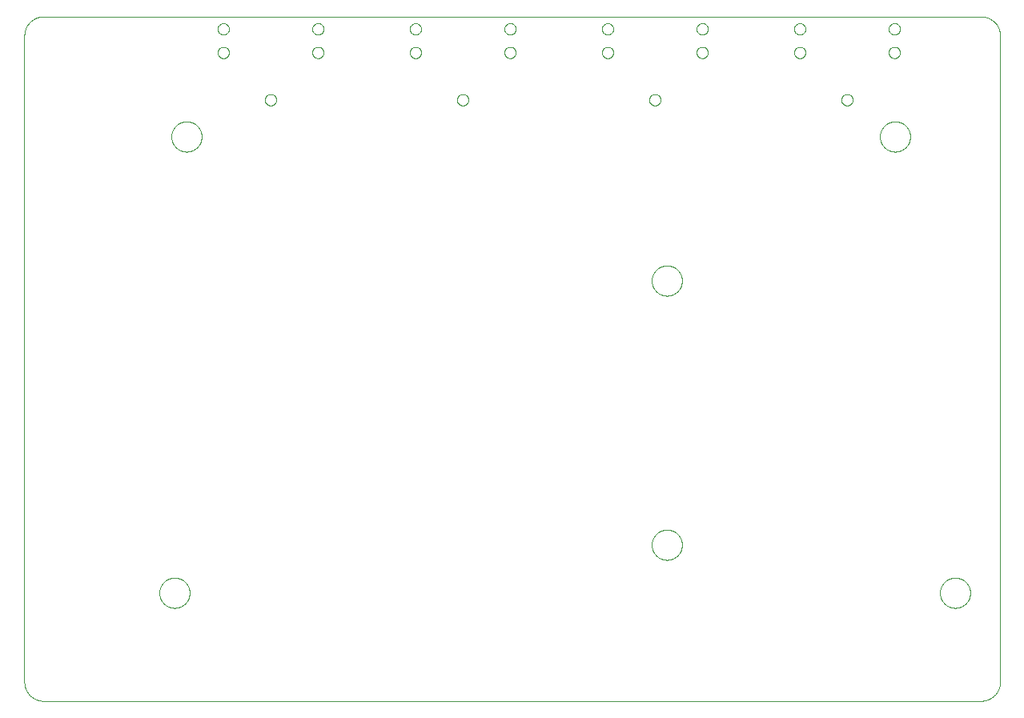
<source format=gbo>
G75*
%MOIN*%
%OFA0B0*%
%FSLAX25Y25*%
%IPPOS*%
%LPD*%
%AMOC8*
5,1,8,0,0,1.08239X$1,22.5*
%
%ADD10C,0.00000*%
D10*
X0018750Y0017874D02*
X0018750Y0287087D01*
X0018752Y0287277D01*
X0018759Y0287467D01*
X0018771Y0287657D01*
X0018787Y0287847D01*
X0018807Y0288036D01*
X0018833Y0288225D01*
X0018862Y0288413D01*
X0018897Y0288600D01*
X0018936Y0288786D01*
X0018979Y0288971D01*
X0019027Y0289156D01*
X0019079Y0289339D01*
X0019135Y0289520D01*
X0019196Y0289700D01*
X0019262Y0289879D01*
X0019331Y0290056D01*
X0019405Y0290232D01*
X0019483Y0290405D01*
X0019566Y0290577D01*
X0019652Y0290746D01*
X0019742Y0290914D01*
X0019837Y0291079D01*
X0019935Y0291242D01*
X0020038Y0291402D01*
X0020144Y0291560D01*
X0020254Y0291715D01*
X0020367Y0291868D01*
X0020485Y0292018D01*
X0020606Y0292164D01*
X0020730Y0292308D01*
X0020858Y0292449D01*
X0020989Y0292587D01*
X0021124Y0292722D01*
X0021262Y0292853D01*
X0021403Y0292981D01*
X0021547Y0293105D01*
X0021693Y0293226D01*
X0021843Y0293344D01*
X0021996Y0293457D01*
X0022151Y0293567D01*
X0022309Y0293673D01*
X0022469Y0293776D01*
X0022632Y0293874D01*
X0022797Y0293969D01*
X0022965Y0294059D01*
X0023134Y0294145D01*
X0023306Y0294228D01*
X0023479Y0294306D01*
X0023655Y0294380D01*
X0023832Y0294449D01*
X0024011Y0294515D01*
X0024191Y0294576D01*
X0024372Y0294632D01*
X0024555Y0294684D01*
X0024740Y0294732D01*
X0024925Y0294775D01*
X0025111Y0294814D01*
X0025298Y0294849D01*
X0025486Y0294878D01*
X0025675Y0294904D01*
X0025864Y0294924D01*
X0026054Y0294940D01*
X0026244Y0294952D01*
X0026434Y0294959D01*
X0026624Y0294961D01*
X0417077Y0294961D01*
X0417267Y0294959D01*
X0417457Y0294952D01*
X0417647Y0294940D01*
X0417837Y0294924D01*
X0418026Y0294904D01*
X0418215Y0294878D01*
X0418403Y0294849D01*
X0418590Y0294814D01*
X0418776Y0294775D01*
X0418961Y0294732D01*
X0419146Y0294684D01*
X0419329Y0294632D01*
X0419510Y0294576D01*
X0419690Y0294515D01*
X0419869Y0294449D01*
X0420046Y0294380D01*
X0420222Y0294306D01*
X0420395Y0294228D01*
X0420567Y0294145D01*
X0420736Y0294059D01*
X0420904Y0293969D01*
X0421069Y0293874D01*
X0421232Y0293776D01*
X0421392Y0293673D01*
X0421550Y0293567D01*
X0421705Y0293457D01*
X0421858Y0293344D01*
X0422008Y0293226D01*
X0422154Y0293105D01*
X0422298Y0292981D01*
X0422439Y0292853D01*
X0422577Y0292722D01*
X0422712Y0292587D01*
X0422843Y0292449D01*
X0422971Y0292308D01*
X0423095Y0292164D01*
X0423216Y0292018D01*
X0423334Y0291868D01*
X0423447Y0291715D01*
X0423557Y0291560D01*
X0423663Y0291402D01*
X0423766Y0291242D01*
X0423864Y0291079D01*
X0423959Y0290914D01*
X0424049Y0290746D01*
X0424135Y0290577D01*
X0424218Y0290405D01*
X0424296Y0290232D01*
X0424370Y0290056D01*
X0424439Y0289879D01*
X0424505Y0289700D01*
X0424566Y0289520D01*
X0424622Y0289339D01*
X0424674Y0289156D01*
X0424722Y0288971D01*
X0424765Y0288786D01*
X0424804Y0288600D01*
X0424839Y0288413D01*
X0424868Y0288225D01*
X0424894Y0288036D01*
X0424914Y0287847D01*
X0424930Y0287657D01*
X0424942Y0287467D01*
X0424949Y0287277D01*
X0424951Y0287087D01*
X0424951Y0017874D01*
X0424949Y0017684D01*
X0424942Y0017494D01*
X0424930Y0017304D01*
X0424914Y0017114D01*
X0424894Y0016925D01*
X0424868Y0016736D01*
X0424839Y0016548D01*
X0424804Y0016361D01*
X0424765Y0016175D01*
X0424722Y0015990D01*
X0424674Y0015805D01*
X0424622Y0015622D01*
X0424566Y0015441D01*
X0424505Y0015261D01*
X0424439Y0015082D01*
X0424370Y0014905D01*
X0424296Y0014729D01*
X0424218Y0014556D01*
X0424135Y0014384D01*
X0424049Y0014215D01*
X0423959Y0014047D01*
X0423864Y0013882D01*
X0423766Y0013719D01*
X0423663Y0013559D01*
X0423557Y0013401D01*
X0423447Y0013246D01*
X0423334Y0013093D01*
X0423216Y0012943D01*
X0423095Y0012797D01*
X0422971Y0012653D01*
X0422843Y0012512D01*
X0422712Y0012374D01*
X0422577Y0012239D01*
X0422439Y0012108D01*
X0422298Y0011980D01*
X0422154Y0011856D01*
X0422008Y0011735D01*
X0421858Y0011617D01*
X0421705Y0011504D01*
X0421550Y0011394D01*
X0421392Y0011288D01*
X0421232Y0011185D01*
X0421069Y0011087D01*
X0420904Y0010992D01*
X0420736Y0010902D01*
X0420567Y0010816D01*
X0420395Y0010733D01*
X0420222Y0010655D01*
X0420046Y0010581D01*
X0419869Y0010512D01*
X0419690Y0010446D01*
X0419510Y0010385D01*
X0419329Y0010329D01*
X0419146Y0010277D01*
X0418961Y0010229D01*
X0418776Y0010186D01*
X0418590Y0010147D01*
X0418403Y0010112D01*
X0418215Y0010083D01*
X0418026Y0010057D01*
X0417837Y0010037D01*
X0417647Y0010021D01*
X0417457Y0010009D01*
X0417267Y0010002D01*
X0417077Y0010000D01*
X0026624Y0010000D01*
X0026434Y0010002D01*
X0026244Y0010009D01*
X0026054Y0010021D01*
X0025864Y0010037D01*
X0025675Y0010057D01*
X0025486Y0010083D01*
X0025298Y0010112D01*
X0025111Y0010147D01*
X0024925Y0010186D01*
X0024740Y0010229D01*
X0024555Y0010277D01*
X0024372Y0010329D01*
X0024191Y0010385D01*
X0024011Y0010446D01*
X0023832Y0010512D01*
X0023655Y0010581D01*
X0023479Y0010655D01*
X0023306Y0010733D01*
X0023134Y0010816D01*
X0022965Y0010902D01*
X0022797Y0010992D01*
X0022632Y0011087D01*
X0022469Y0011185D01*
X0022309Y0011288D01*
X0022151Y0011394D01*
X0021996Y0011504D01*
X0021843Y0011617D01*
X0021693Y0011735D01*
X0021547Y0011856D01*
X0021403Y0011980D01*
X0021262Y0012108D01*
X0021124Y0012239D01*
X0020989Y0012374D01*
X0020858Y0012512D01*
X0020730Y0012653D01*
X0020606Y0012797D01*
X0020485Y0012943D01*
X0020367Y0013093D01*
X0020254Y0013246D01*
X0020144Y0013401D01*
X0020038Y0013559D01*
X0019935Y0013719D01*
X0019837Y0013882D01*
X0019742Y0014047D01*
X0019652Y0014215D01*
X0019566Y0014384D01*
X0019483Y0014556D01*
X0019405Y0014729D01*
X0019331Y0014905D01*
X0019262Y0015082D01*
X0019196Y0015261D01*
X0019135Y0015441D01*
X0019079Y0015622D01*
X0019027Y0015805D01*
X0018979Y0015990D01*
X0018936Y0016175D01*
X0018897Y0016361D01*
X0018862Y0016548D01*
X0018833Y0016736D01*
X0018807Y0016925D01*
X0018787Y0017114D01*
X0018771Y0017304D01*
X0018759Y0017494D01*
X0018752Y0017684D01*
X0018750Y0017874D01*
X0074951Y0055000D02*
X0074953Y0055158D01*
X0074959Y0055316D01*
X0074969Y0055474D01*
X0074983Y0055632D01*
X0075001Y0055789D01*
X0075022Y0055946D01*
X0075048Y0056102D01*
X0075078Y0056258D01*
X0075111Y0056413D01*
X0075149Y0056566D01*
X0075190Y0056719D01*
X0075235Y0056871D01*
X0075284Y0057022D01*
X0075337Y0057171D01*
X0075393Y0057319D01*
X0075453Y0057465D01*
X0075517Y0057610D01*
X0075585Y0057753D01*
X0075656Y0057895D01*
X0075730Y0058035D01*
X0075808Y0058172D01*
X0075890Y0058308D01*
X0075974Y0058442D01*
X0076063Y0058573D01*
X0076154Y0058702D01*
X0076249Y0058829D01*
X0076346Y0058954D01*
X0076447Y0059076D01*
X0076551Y0059195D01*
X0076658Y0059312D01*
X0076768Y0059426D01*
X0076881Y0059537D01*
X0076996Y0059646D01*
X0077114Y0059751D01*
X0077235Y0059853D01*
X0077358Y0059953D01*
X0077484Y0060049D01*
X0077612Y0060142D01*
X0077742Y0060232D01*
X0077875Y0060318D01*
X0078010Y0060402D01*
X0078146Y0060481D01*
X0078285Y0060558D01*
X0078426Y0060630D01*
X0078568Y0060700D01*
X0078712Y0060765D01*
X0078858Y0060827D01*
X0079005Y0060885D01*
X0079154Y0060940D01*
X0079304Y0060991D01*
X0079455Y0061038D01*
X0079607Y0061081D01*
X0079760Y0061120D01*
X0079915Y0061156D01*
X0080070Y0061187D01*
X0080226Y0061215D01*
X0080382Y0061239D01*
X0080539Y0061259D01*
X0080697Y0061275D01*
X0080854Y0061287D01*
X0081013Y0061295D01*
X0081171Y0061299D01*
X0081329Y0061299D01*
X0081487Y0061295D01*
X0081646Y0061287D01*
X0081803Y0061275D01*
X0081961Y0061259D01*
X0082118Y0061239D01*
X0082274Y0061215D01*
X0082430Y0061187D01*
X0082585Y0061156D01*
X0082740Y0061120D01*
X0082893Y0061081D01*
X0083045Y0061038D01*
X0083196Y0060991D01*
X0083346Y0060940D01*
X0083495Y0060885D01*
X0083642Y0060827D01*
X0083788Y0060765D01*
X0083932Y0060700D01*
X0084074Y0060630D01*
X0084215Y0060558D01*
X0084354Y0060481D01*
X0084490Y0060402D01*
X0084625Y0060318D01*
X0084758Y0060232D01*
X0084888Y0060142D01*
X0085016Y0060049D01*
X0085142Y0059953D01*
X0085265Y0059853D01*
X0085386Y0059751D01*
X0085504Y0059646D01*
X0085619Y0059537D01*
X0085732Y0059426D01*
X0085842Y0059312D01*
X0085949Y0059195D01*
X0086053Y0059076D01*
X0086154Y0058954D01*
X0086251Y0058829D01*
X0086346Y0058702D01*
X0086437Y0058573D01*
X0086526Y0058442D01*
X0086610Y0058308D01*
X0086692Y0058172D01*
X0086770Y0058035D01*
X0086844Y0057895D01*
X0086915Y0057753D01*
X0086983Y0057610D01*
X0087047Y0057465D01*
X0087107Y0057319D01*
X0087163Y0057171D01*
X0087216Y0057022D01*
X0087265Y0056871D01*
X0087310Y0056719D01*
X0087351Y0056566D01*
X0087389Y0056413D01*
X0087422Y0056258D01*
X0087452Y0056102D01*
X0087478Y0055946D01*
X0087499Y0055789D01*
X0087517Y0055632D01*
X0087531Y0055474D01*
X0087541Y0055316D01*
X0087547Y0055158D01*
X0087549Y0055000D01*
X0087547Y0054842D01*
X0087541Y0054684D01*
X0087531Y0054526D01*
X0087517Y0054368D01*
X0087499Y0054211D01*
X0087478Y0054054D01*
X0087452Y0053898D01*
X0087422Y0053742D01*
X0087389Y0053587D01*
X0087351Y0053434D01*
X0087310Y0053281D01*
X0087265Y0053129D01*
X0087216Y0052978D01*
X0087163Y0052829D01*
X0087107Y0052681D01*
X0087047Y0052535D01*
X0086983Y0052390D01*
X0086915Y0052247D01*
X0086844Y0052105D01*
X0086770Y0051965D01*
X0086692Y0051828D01*
X0086610Y0051692D01*
X0086526Y0051558D01*
X0086437Y0051427D01*
X0086346Y0051298D01*
X0086251Y0051171D01*
X0086154Y0051046D01*
X0086053Y0050924D01*
X0085949Y0050805D01*
X0085842Y0050688D01*
X0085732Y0050574D01*
X0085619Y0050463D01*
X0085504Y0050354D01*
X0085386Y0050249D01*
X0085265Y0050147D01*
X0085142Y0050047D01*
X0085016Y0049951D01*
X0084888Y0049858D01*
X0084758Y0049768D01*
X0084625Y0049682D01*
X0084490Y0049598D01*
X0084354Y0049519D01*
X0084215Y0049442D01*
X0084074Y0049370D01*
X0083932Y0049300D01*
X0083788Y0049235D01*
X0083642Y0049173D01*
X0083495Y0049115D01*
X0083346Y0049060D01*
X0083196Y0049009D01*
X0083045Y0048962D01*
X0082893Y0048919D01*
X0082740Y0048880D01*
X0082585Y0048844D01*
X0082430Y0048813D01*
X0082274Y0048785D01*
X0082118Y0048761D01*
X0081961Y0048741D01*
X0081803Y0048725D01*
X0081646Y0048713D01*
X0081487Y0048705D01*
X0081329Y0048701D01*
X0081171Y0048701D01*
X0081013Y0048705D01*
X0080854Y0048713D01*
X0080697Y0048725D01*
X0080539Y0048741D01*
X0080382Y0048761D01*
X0080226Y0048785D01*
X0080070Y0048813D01*
X0079915Y0048844D01*
X0079760Y0048880D01*
X0079607Y0048919D01*
X0079455Y0048962D01*
X0079304Y0049009D01*
X0079154Y0049060D01*
X0079005Y0049115D01*
X0078858Y0049173D01*
X0078712Y0049235D01*
X0078568Y0049300D01*
X0078426Y0049370D01*
X0078285Y0049442D01*
X0078146Y0049519D01*
X0078010Y0049598D01*
X0077875Y0049682D01*
X0077742Y0049768D01*
X0077612Y0049858D01*
X0077484Y0049951D01*
X0077358Y0050047D01*
X0077235Y0050147D01*
X0077114Y0050249D01*
X0076996Y0050354D01*
X0076881Y0050463D01*
X0076768Y0050574D01*
X0076658Y0050688D01*
X0076551Y0050805D01*
X0076447Y0050924D01*
X0076346Y0051046D01*
X0076249Y0051171D01*
X0076154Y0051298D01*
X0076063Y0051427D01*
X0075974Y0051558D01*
X0075890Y0051692D01*
X0075808Y0051828D01*
X0075730Y0051965D01*
X0075656Y0052105D01*
X0075585Y0052247D01*
X0075517Y0052390D01*
X0075453Y0052535D01*
X0075393Y0052681D01*
X0075337Y0052829D01*
X0075284Y0052978D01*
X0075235Y0053129D01*
X0075190Y0053281D01*
X0075149Y0053434D01*
X0075111Y0053587D01*
X0075078Y0053742D01*
X0075048Y0053898D01*
X0075022Y0054054D01*
X0075001Y0054211D01*
X0074983Y0054368D01*
X0074969Y0054526D01*
X0074959Y0054684D01*
X0074953Y0054842D01*
X0074951Y0055000D01*
X0279951Y0075000D02*
X0279953Y0075158D01*
X0279959Y0075316D01*
X0279969Y0075474D01*
X0279983Y0075632D01*
X0280001Y0075789D01*
X0280022Y0075946D01*
X0280048Y0076102D01*
X0280078Y0076258D01*
X0280111Y0076413D01*
X0280149Y0076566D01*
X0280190Y0076719D01*
X0280235Y0076871D01*
X0280284Y0077022D01*
X0280337Y0077171D01*
X0280393Y0077319D01*
X0280453Y0077465D01*
X0280517Y0077610D01*
X0280585Y0077753D01*
X0280656Y0077895D01*
X0280730Y0078035D01*
X0280808Y0078172D01*
X0280890Y0078308D01*
X0280974Y0078442D01*
X0281063Y0078573D01*
X0281154Y0078702D01*
X0281249Y0078829D01*
X0281346Y0078954D01*
X0281447Y0079076D01*
X0281551Y0079195D01*
X0281658Y0079312D01*
X0281768Y0079426D01*
X0281881Y0079537D01*
X0281996Y0079646D01*
X0282114Y0079751D01*
X0282235Y0079853D01*
X0282358Y0079953D01*
X0282484Y0080049D01*
X0282612Y0080142D01*
X0282742Y0080232D01*
X0282875Y0080318D01*
X0283010Y0080402D01*
X0283146Y0080481D01*
X0283285Y0080558D01*
X0283426Y0080630D01*
X0283568Y0080700D01*
X0283712Y0080765D01*
X0283858Y0080827D01*
X0284005Y0080885D01*
X0284154Y0080940D01*
X0284304Y0080991D01*
X0284455Y0081038D01*
X0284607Y0081081D01*
X0284760Y0081120D01*
X0284915Y0081156D01*
X0285070Y0081187D01*
X0285226Y0081215D01*
X0285382Y0081239D01*
X0285539Y0081259D01*
X0285697Y0081275D01*
X0285854Y0081287D01*
X0286013Y0081295D01*
X0286171Y0081299D01*
X0286329Y0081299D01*
X0286487Y0081295D01*
X0286646Y0081287D01*
X0286803Y0081275D01*
X0286961Y0081259D01*
X0287118Y0081239D01*
X0287274Y0081215D01*
X0287430Y0081187D01*
X0287585Y0081156D01*
X0287740Y0081120D01*
X0287893Y0081081D01*
X0288045Y0081038D01*
X0288196Y0080991D01*
X0288346Y0080940D01*
X0288495Y0080885D01*
X0288642Y0080827D01*
X0288788Y0080765D01*
X0288932Y0080700D01*
X0289074Y0080630D01*
X0289215Y0080558D01*
X0289354Y0080481D01*
X0289490Y0080402D01*
X0289625Y0080318D01*
X0289758Y0080232D01*
X0289888Y0080142D01*
X0290016Y0080049D01*
X0290142Y0079953D01*
X0290265Y0079853D01*
X0290386Y0079751D01*
X0290504Y0079646D01*
X0290619Y0079537D01*
X0290732Y0079426D01*
X0290842Y0079312D01*
X0290949Y0079195D01*
X0291053Y0079076D01*
X0291154Y0078954D01*
X0291251Y0078829D01*
X0291346Y0078702D01*
X0291437Y0078573D01*
X0291526Y0078442D01*
X0291610Y0078308D01*
X0291692Y0078172D01*
X0291770Y0078035D01*
X0291844Y0077895D01*
X0291915Y0077753D01*
X0291983Y0077610D01*
X0292047Y0077465D01*
X0292107Y0077319D01*
X0292163Y0077171D01*
X0292216Y0077022D01*
X0292265Y0076871D01*
X0292310Y0076719D01*
X0292351Y0076566D01*
X0292389Y0076413D01*
X0292422Y0076258D01*
X0292452Y0076102D01*
X0292478Y0075946D01*
X0292499Y0075789D01*
X0292517Y0075632D01*
X0292531Y0075474D01*
X0292541Y0075316D01*
X0292547Y0075158D01*
X0292549Y0075000D01*
X0292547Y0074842D01*
X0292541Y0074684D01*
X0292531Y0074526D01*
X0292517Y0074368D01*
X0292499Y0074211D01*
X0292478Y0074054D01*
X0292452Y0073898D01*
X0292422Y0073742D01*
X0292389Y0073587D01*
X0292351Y0073434D01*
X0292310Y0073281D01*
X0292265Y0073129D01*
X0292216Y0072978D01*
X0292163Y0072829D01*
X0292107Y0072681D01*
X0292047Y0072535D01*
X0291983Y0072390D01*
X0291915Y0072247D01*
X0291844Y0072105D01*
X0291770Y0071965D01*
X0291692Y0071828D01*
X0291610Y0071692D01*
X0291526Y0071558D01*
X0291437Y0071427D01*
X0291346Y0071298D01*
X0291251Y0071171D01*
X0291154Y0071046D01*
X0291053Y0070924D01*
X0290949Y0070805D01*
X0290842Y0070688D01*
X0290732Y0070574D01*
X0290619Y0070463D01*
X0290504Y0070354D01*
X0290386Y0070249D01*
X0290265Y0070147D01*
X0290142Y0070047D01*
X0290016Y0069951D01*
X0289888Y0069858D01*
X0289758Y0069768D01*
X0289625Y0069682D01*
X0289490Y0069598D01*
X0289354Y0069519D01*
X0289215Y0069442D01*
X0289074Y0069370D01*
X0288932Y0069300D01*
X0288788Y0069235D01*
X0288642Y0069173D01*
X0288495Y0069115D01*
X0288346Y0069060D01*
X0288196Y0069009D01*
X0288045Y0068962D01*
X0287893Y0068919D01*
X0287740Y0068880D01*
X0287585Y0068844D01*
X0287430Y0068813D01*
X0287274Y0068785D01*
X0287118Y0068761D01*
X0286961Y0068741D01*
X0286803Y0068725D01*
X0286646Y0068713D01*
X0286487Y0068705D01*
X0286329Y0068701D01*
X0286171Y0068701D01*
X0286013Y0068705D01*
X0285854Y0068713D01*
X0285697Y0068725D01*
X0285539Y0068741D01*
X0285382Y0068761D01*
X0285226Y0068785D01*
X0285070Y0068813D01*
X0284915Y0068844D01*
X0284760Y0068880D01*
X0284607Y0068919D01*
X0284455Y0068962D01*
X0284304Y0069009D01*
X0284154Y0069060D01*
X0284005Y0069115D01*
X0283858Y0069173D01*
X0283712Y0069235D01*
X0283568Y0069300D01*
X0283426Y0069370D01*
X0283285Y0069442D01*
X0283146Y0069519D01*
X0283010Y0069598D01*
X0282875Y0069682D01*
X0282742Y0069768D01*
X0282612Y0069858D01*
X0282484Y0069951D01*
X0282358Y0070047D01*
X0282235Y0070147D01*
X0282114Y0070249D01*
X0281996Y0070354D01*
X0281881Y0070463D01*
X0281768Y0070574D01*
X0281658Y0070688D01*
X0281551Y0070805D01*
X0281447Y0070924D01*
X0281346Y0071046D01*
X0281249Y0071171D01*
X0281154Y0071298D01*
X0281063Y0071427D01*
X0280974Y0071558D01*
X0280890Y0071692D01*
X0280808Y0071828D01*
X0280730Y0071965D01*
X0280656Y0072105D01*
X0280585Y0072247D01*
X0280517Y0072390D01*
X0280453Y0072535D01*
X0280393Y0072681D01*
X0280337Y0072829D01*
X0280284Y0072978D01*
X0280235Y0073129D01*
X0280190Y0073281D01*
X0280149Y0073434D01*
X0280111Y0073587D01*
X0280078Y0073742D01*
X0280048Y0073898D01*
X0280022Y0074054D01*
X0280001Y0074211D01*
X0279983Y0074368D01*
X0279969Y0074526D01*
X0279959Y0074684D01*
X0279953Y0074842D01*
X0279951Y0075000D01*
X0399951Y0055000D02*
X0399953Y0055158D01*
X0399959Y0055316D01*
X0399969Y0055474D01*
X0399983Y0055632D01*
X0400001Y0055789D01*
X0400022Y0055946D01*
X0400048Y0056102D01*
X0400078Y0056258D01*
X0400111Y0056413D01*
X0400149Y0056566D01*
X0400190Y0056719D01*
X0400235Y0056871D01*
X0400284Y0057022D01*
X0400337Y0057171D01*
X0400393Y0057319D01*
X0400453Y0057465D01*
X0400517Y0057610D01*
X0400585Y0057753D01*
X0400656Y0057895D01*
X0400730Y0058035D01*
X0400808Y0058172D01*
X0400890Y0058308D01*
X0400974Y0058442D01*
X0401063Y0058573D01*
X0401154Y0058702D01*
X0401249Y0058829D01*
X0401346Y0058954D01*
X0401447Y0059076D01*
X0401551Y0059195D01*
X0401658Y0059312D01*
X0401768Y0059426D01*
X0401881Y0059537D01*
X0401996Y0059646D01*
X0402114Y0059751D01*
X0402235Y0059853D01*
X0402358Y0059953D01*
X0402484Y0060049D01*
X0402612Y0060142D01*
X0402742Y0060232D01*
X0402875Y0060318D01*
X0403010Y0060402D01*
X0403146Y0060481D01*
X0403285Y0060558D01*
X0403426Y0060630D01*
X0403568Y0060700D01*
X0403712Y0060765D01*
X0403858Y0060827D01*
X0404005Y0060885D01*
X0404154Y0060940D01*
X0404304Y0060991D01*
X0404455Y0061038D01*
X0404607Y0061081D01*
X0404760Y0061120D01*
X0404915Y0061156D01*
X0405070Y0061187D01*
X0405226Y0061215D01*
X0405382Y0061239D01*
X0405539Y0061259D01*
X0405697Y0061275D01*
X0405854Y0061287D01*
X0406013Y0061295D01*
X0406171Y0061299D01*
X0406329Y0061299D01*
X0406487Y0061295D01*
X0406646Y0061287D01*
X0406803Y0061275D01*
X0406961Y0061259D01*
X0407118Y0061239D01*
X0407274Y0061215D01*
X0407430Y0061187D01*
X0407585Y0061156D01*
X0407740Y0061120D01*
X0407893Y0061081D01*
X0408045Y0061038D01*
X0408196Y0060991D01*
X0408346Y0060940D01*
X0408495Y0060885D01*
X0408642Y0060827D01*
X0408788Y0060765D01*
X0408932Y0060700D01*
X0409074Y0060630D01*
X0409215Y0060558D01*
X0409354Y0060481D01*
X0409490Y0060402D01*
X0409625Y0060318D01*
X0409758Y0060232D01*
X0409888Y0060142D01*
X0410016Y0060049D01*
X0410142Y0059953D01*
X0410265Y0059853D01*
X0410386Y0059751D01*
X0410504Y0059646D01*
X0410619Y0059537D01*
X0410732Y0059426D01*
X0410842Y0059312D01*
X0410949Y0059195D01*
X0411053Y0059076D01*
X0411154Y0058954D01*
X0411251Y0058829D01*
X0411346Y0058702D01*
X0411437Y0058573D01*
X0411526Y0058442D01*
X0411610Y0058308D01*
X0411692Y0058172D01*
X0411770Y0058035D01*
X0411844Y0057895D01*
X0411915Y0057753D01*
X0411983Y0057610D01*
X0412047Y0057465D01*
X0412107Y0057319D01*
X0412163Y0057171D01*
X0412216Y0057022D01*
X0412265Y0056871D01*
X0412310Y0056719D01*
X0412351Y0056566D01*
X0412389Y0056413D01*
X0412422Y0056258D01*
X0412452Y0056102D01*
X0412478Y0055946D01*
X0412499Y0055789D01*
X0412517Y0055632D01*
X0412531Y0055474D01*
X0412541Y0055316D01*
X0412547Y0055158D01*
X0412549Y0055000D01*
X0412547Y0054842D01*
X0412541Y0054684D01*
X0412531Y0054526D01*
X0412517Y0054368D01*
X0412499Y0054211D01*
X0412478Y0054054D01*
X0412452Y0053898D01*
X0412422Y0053742D01*
X0412389Y0053587D01*
X0412351Y0053434D01*
X0412310Y0053281D01*
X0412265Y0053129D01*
X0412216Y0052978D01*
X0412163Y0052829D01*
X0412107Y0052681D01*
X0412047Y0052535D01*
X0411983Y0052390D01*
X0411915Y0052247D01*
X0411844Y0052105D01*
X0411770Y0051965D01*
X0411692Y0051828D01*
X0411610Y0051692D01*
X0411526Y0051558D01*
X0411437Y0051427D01*
X0411346Y0051298D01*
X0411251Y0051171D01*
X0411154Y0051046D01*
X0411053Y0050924D01*
X0410949Y0050805D01*
X0410842Y0050688D01*
X0410732Y0050574D01*
X0410619Y0050463D01*
X0410504Y0050354D01*
X0410386Y0050249D01*
X0410265Y0050147D01*
X0410142Y0050047D01*
X0410016Y0049951D01*
X0409888Y0049858D01*
X0409758Y0049768D01*
X0409625Y0049682D01*
X0409490Y0049598D01*
X0409354Y0049519D01*
X0409215Y0049442D01*
X0409074Y0049370D01*
X0408932Y0049300D01*
X0408788Y0049235D01*
X0408642Y0049173D01*
X0408495Y0049115D01*
X0408346Y0049060D01*
X0408196Y0049009D01*
X0408045Y0048962D01*
X0407893Y0048919D01*
X0407740Y0048880D01*
X0407585Y0048844D01*
X0407430Y0048813D01*
X0407274Y0048785D01*
X0407118Y0048761D01*
X0406961Y0048741D01*
X0406803Y0048725D01*
X0406646Y0048713D01*
X0406487Y0048705D01*
X0406329Y0048701D01*
X0406171Y0048701D01*
X0406013Y0048705D01*
X0405854Y0048713D01*
X0405697Y0048725D01*
X0405539Y0048741D01*
X0405382Y0048761D01*
X0405226Y0048785D01*
X0405070Y0048813D01*
X0404915Y0048844D01*
X0404760Y0048880D01*
X0404607Y0048919D01*
X0404455Y0048962D01*
X0404304Y0049009D01*
X0404154Y0049060D01*
X0404005Y0049115D01*
X0403858Y0049173D01*
X0403712Y0049235D01*
X0403568Y0049300D01*
X0403426Y0049370D01*
X0403285Y0049442D01*
X0403146Y0049519D01*
X0403010Y0049598D01*
X0402875Y0049682D01*
X0402742Y0049768D01*
X0402612Y0049858D01*
X0402484Y0049951D01*
X0402358Y0050047D01*
X0402235Y0050147D01*
X0402114Y0050249D01*
X0401996Y0050354D01*
X0401881Y0050463D01*
X0401768Y0050574D01*
X0401658Y0050688D01*
X0401551Y0050805D01*
X0401447Y0050924D01*
X0401346Y0051046D01*
X0401249Y0051171D01*
X0401154Y0051298D01*
X0401063Y0051427D01*
X0400974Y0051558D01*
X0400890Y0051692D01*
X0400808Y0051828D01*
X0400730Y0051965D01*
X0400656Y0052105D01*
X0400585Y0052247D01*
X0400517Y0052390D01*
X0400453Y0052535D01*
X0400393Y0052681D01*
X0400337Y0052829D01*
X0400284Y0052978D01*
X0400235Y0053129D01*
X0400190Y0053281D01*
X0400149Y0053434D01*
X0400111Y0053587D01*
X0400078Y0053742D01*
X0400048Y0053898D01*
X0400022Y0054054D01*
X0400001Y0054211D01*
X0399983Y0054368D01*
X0399969Y0054526D01*
X0399959Y0054684D01*
X0399953Y0054842D01*
X0399951Y0055000D01*
X0279951Y0185000D02*
X0279953Y0185158D01*
X0279959Y0185316D01*
X0279969Y0185474D01*
X0279983Y0185632D01*
X0280001Y0185789D01*
X0280022Y0185946D01*
X0280048Y0186102D01*
X0280078Y0186258D01*
X0280111Y0186413D01*
X0280149Y0186566D01*
X0280190Y0186719D01*
X0280235Y0186871D01*
X0280284Y0187022D01*
X0280337Y0187171D01*
X0280393Y0187319D01*
X0280453Y0187465D01*
X0280517Y0187610D01*
X0280585Y0187753D01*
X0280656Y0187895D01*
X0280730Y0188035D01*
X0280808Y0188172D01*
X0280890Y0188308D01*
X0280974Y0188442D01*
X0281063Y0188573D01*
X0281154Y0188702D01*
X0281249Y0188829D01*
X0281346Y0188954D01*
X0281447Y0189076D01*
X0281551Y0189195D01*
X0281658Y0189312D01*
X0281768Y0189426D01*
X0281881Y0189537D01*
X0281996Y0189646D01*
X0282114Y0189751D01*
X0282235Y0189853D01*
X0282358Y0189953D01*
X0282484Y0190049D01*
X0282612Y0190142D01*
X0282742Y0190232D01*
X0282875Y0190318D01*
X0283010Y0190402D01*
X0283146Y0190481D01*
X0283285Y0190558D01*
X0283426Y0190630D01*
X0283568Y0190700D01*
X0283712Y0190765D01*
X0283858Y0190827D01*
X0284005Y0190885D01*
X0284154Y0190940D01*
X0284304Y0190991D01*
X0284455Y0191038D01*
X0284607Y0191081D01*
X0284760Y0191120D01*
X0284915Y0191156D01*
X0285070Y0191187D01*
X0285226Y0191215D01*
X0285382Y0191239D01*
X0285539Y0191259D01*
X0285697Y0191275D01*
X0285854Y0191287D01*
X0286013Y0191295D01*
X0286171Y0191299D01*
X0286329Y0191299D01*
X0286487Y0191295D01*
X0286646Y0191287D01*
X0286803Y0191275D01*
X0286961Y0191259D01*
X0287118Y0191239D01*
X0287274Y0191215D01*
X0287430Y0191187D01*
X0287585Y0191156D01*
X0287740Y0191120D01*
X0287893Y0191081D01*
X0288045Y0191038D01*
X0288196Y0190991D01*
X0288346Y0190940D01*
X0288495Y0190885D01*
X0288642Y0190827D01*
X0288788Y0190765D01*
X0288932Y0190700D01*
X0289074Y0190630D01*
X0289215Y0190558D01*
X0289354Y0190481D01*
X0289490Y0190402D01*
X0289625Y0190318D01*
X0289758Y0190232D01*
X0289888Y0190142D01*
X0290016Y0190049D01*
X0290142Y0189953D01*
X0290265Y0189853D01*
X0290386Y0189751D01*
X0290504Y0189646D01*
X0290619Y0189537D01*
X0290732Y0189426D01*
X0290842Y0189312D01*
X0290949Y0189195D01*
X0291053Y0189076D01*
X0291154Y0188954D01*
X0291251Y0188829D01*
X0291346Y0188702D01*
X0291437Y0188573D01*
X0291526Y0188442D01*
X0291610Y0188308D01*
X0291692Y0188172D01*
X0291770Y0188035D01*
X0291844Y0187895D01*
X0291915Y0187753D01*
X0291983Y0187610D01*
X0292047Y0187465D01*
X0292107Y0187319D01*
X0292163Y0187171D01*
X0292216Y0187022D01*
X0292265Y0186871D01*
X0292310Y0186719D01*
X0292351Y0186566D01*
X0292389Y0186413D01*
X0292422Y0186258D01*
X0292452Y0186102D01*
X0292478Y0185946D01*
X0292499Y0185789D01*
X0292517Y0185632D01*
X0292531Y0185474D01*
X0292541Y0185316D01*
X0292547Y0185158D01*
X0292549Y0185000D01*
X0292547Y0184842D01*
X0292541Y0184684D01*
X0292531Y0184526D01*
X0292517Y0184368D01*
X0292499Y0184211D01*
X0292478Y0184054D01*
X0292452Y0183898D01*
X0292422Y0183742D01*
X0292389Y0183587D01*
X0292351Y0183434D01*
X0292310Y0183281D01*
X0292265Y0183129D01*
X0292216Y0182978D01*
X0292163Y0182829D01*
X0292107Y0182681D01*
X0292047Y0182535D01*
X0291983Y0182390D01*
X0291915Y0182247D01*
X0291844Y0182105D01*
X0291770Y0181965D01*
X0291692Y0181828D01*
X0291610Y0181692D01*
X0291526Y0181558D01*
X0291437Y0181427D01*
X0291346Y0181298D01*
X0291251Y0181171D01*
X0291154Y0181046D01*
X0291053Y0180924D01*
X0290949Y0180805D01*
X0290842Y0180688D01*
X0290732Y0180574D01*
X0290619Y0180463D01*
X0290504Y0180354D01*
X0290386Y0180249D01*
X0290265Y0180147D01*
X0290142Y0180047D01*
X0290016Y0179951D01*
X0289888Y0179858D01*
X0289758Y0179768D01*
X0289625Y0179682D01*
X0289490Y0179598D01*
X0289354Y0179519D01*
X0289215Y0179442D01*
X0289074Y0179370D01*
X0288932Y0179300D01*
X0288788Y0179235D01*
X0288642Y0179173D01*
X0288495Y0179115D01*
X0288346Y0179060D01*
X0288196Y0179009D01*
X0288045Y0178962D01*
X0287893Y0178919D01*
X0287740Y0178880D01*
X0287585Y0178844D01*
X0287430Y0178813D01*
X0287274Y0178785D01*
X0287118Y0178761D01*
X0286961Y0178741D01*
X0286803Y0178725D01*
X0286646Y0178713D01*
X0286487Y0178705D01*
X0286329Y0178701D01*
X0286171Y0178701D01*
X0286013Y0178705D01*
X0285854Y0178713D01*
X0285697Y0178725D01*
X0285539Y0178741D01*
X0285382Y0178761D01*
X0285226Y0178785D01*
X0285070Y0178813D01*
X0284915Y0178844D01*
X0284760Y0178880D01*
X0284607Y0178919D01*
X0284455Y0178962D01*
X0284304Y0179009D01*
X0284154Y0179060D01*
X0284005Y0179115D01*
X0283858Y0179173D01*
X0283712Y0179235D01*
X0283568Y0179300D01*
X0283426Y0179370D01*
X0283285Y0179442D01*
X0283146Y0179519D01*
X0283010Y0179598D01*
X0282875Y0179682D01*
X0282742Y0179768D01*
X0282612Y0179858D01*
X0282484Y0179951D01*
X0282358Y0180047D01*
X0282235Y0180147D01*
X0282114Y0180249D01*
X0281996Y0180354D01*
X0281881Y0180463D01*
X0281768Y0180574D01*
X0281658Y0180688D01*
X0281551Y0180805D01*
X0281447Y0180924D01*
X0281346Y0181046D01*
X0281249Y0181171D01*
X0281154Y0181298D01*
X0281063Y0181427D01*
X0280974Y0181558D01*
X0280890Y0181692D01*
X0280808Y0181828D01*
X0280730Y0181965D01*
X0280656Y0182105D01*
X0280585Y0182247D01*
X0280517Y0182390D01*
X0280453Y0182535D01*
X0280393Y0182681D01*
X0280337Y0182829D01*
X0280284Y0182978D01*
X0280235Y0183129D01*
X0280190Y0183281D01*
X0280149Y0183434D01*
X0280111Y0183587D01*
X0280078Y0183742D01*
X0280048Y0183898D01*
X0280022Y0184054D01*
X0280001Y0184211D01*
X0279983Y0184368D01*
X0279969Y0184526D01*
X0279959Y0184684D01*
X0279953Y0184842D01*
X0279951Y0185000D01*
X0278888Y0260315D02*
X0278890Y0260412D01*
X0278896Y0260509D01*
X0278906Y0260605D01*
X0278920Y0260701D01*
X0278938Y0260797D01*
X0278959Y0260891D01*
X0278985Y0260985D01*
X0279014Y0261077D01*
X0279048Y0261168D01*
X0279084Y0261258D01*
X0279125Y0261346D01*
X0279169Y0261432D01*
X0279217Y0261517D01*
X0279268Y0261599D01*
X0279322Y0261680D01*
X0279380Y0261758D01*
X0279441Y0261833D01*
X0279504Y0261906D01*
X0279571Y0261977D01*
X0279641Y0262044D01*
X0279713Y0262109D01*
X0279788Y0262170D01*
X0279866Y0262229D01*
X0279945Y0262284D01*
X0280027Y0262336D01*
X0280111Y0262384D01*
X0280197Y0262429D01*
X0280285Y0262471D01*
X0280374Y0262509D01*
X0280465Y0262543D01*
X0280557Y0262573D01*
X0280650Y0262600D01*
X0280745Y0262622D01*
X0280840Y0262641D01*
X0280936Y0262656D01*
X0281032Y0262667D01*
X0281129Y0262674D01*
X0281226Y0262677D01*
X0281323Y0262676D01*
X0281420Y0262671D01*
X0281516Y0262662D01*
X0281612Y0262649D01*
X0281708Y0262632D01*
X0281803Y0262611D01*
X0281896Y0262587D01*
X0281989Y0262558D01*
X0282081Y0262526D01*
X0282171Y0262490D01*
X0282259Y0262451D01*
X0282346Y0262407D01*
X0282431Y0262361D01*
X0282514Y0262310D01*
X0282595Y0262257D01*
X0282673Y0262200D01*
X0282750Y0262140D01*
X0282823Y0262077D01*
X0282894Y0262011D01*
X0282962Y0261942D01*
X0283028Y0261870D01*
X0283090Y0261796D01*
X0283149Y0261719D01*
X0283205Y0261640D01*
X0283258Y0261558D01*
X0283308Y0261475D01*
X0283353Y0261389D01*
X0283396Y0261302D01*
X0283435Y0261213D01*
X0283470Y0261123D01*
X0283501Y0261031D01*
X0283528Y0260938D01*
X0283552Y0260844D01*
X0283572Y0260749D01*
X0283588Y0260653D01*
X0283600Y0260557D01*
X0283608Y0260460D01*
X0283612Y0260363D01*
X0283612Y0260267D01*
X0283608Y0260170D01*
X0283600Y0260073D01*
X0283588Y0259977D01*
X0283572Y0259881D01*
X0283552Y0259786D01*
X0283528Y0259692D01*
X0283501Y0259599D01*
X0283470Y0259507D01*
X0283435Y0259417D01*
X0283396Y0259328D01*
X0283353Y0259241D01*
X0283308Y0259155D01*
X0283258Y0259072D01*
X0283205Y0258990D01*
X0283149Y0258911D01*
X0283090Y0258834D01*
X0283028Y0258760D01*
X0282962Y0258688D01*
X0282894Y0258619D01*
X0282823Y0258553D01*
X0282750Y0258490D01*
X0282673Y0258430D01*
X0282595Y0258373D01*
X0282514Y0258320D01*
X0282431Y0258269D01*
X0282346Y0258223D01*
X0282259Y0258179D01*
X0282171Y0258140D01*
X0282081Y0258104D01*
X0281989Y0258072D01*
X0281896Y0258043D01*
X0281803Y0258019D01*
X0281708Y0257998D01*
X0281612Y0257981D01*
X0281516Y0257968D01*
X0281420Y0257959D01*
X0281323Y0257954D01*
X0281226Y0257953D01*
X0281129Y0257956D01*
X0281032Y0257963D01*
X0280936Y0257974D01*
X0280840Y0257989D01*
X0280745Y0258008D01*
X0280650Y0258030D01*
X0280557Y0258057D01*
X0280465Y0258087D01*
X0280374Y0258121D01*
X0280285Y0258159D01*
X0280197Y0258201D01*
X0280111Y0258246D01*
X0280027Y0258294D01*
X0279945Y0258346D01*
X0279866Y0258401D01*
X0279788Y0258460D01*
X0279713Y0258521D01*
X0279641Y0258586D01*
X0279571Y0258653D01*
X0279504Y0258724D01*
X0279441Y0258797D01*
X0279380Y0258872D01*
X0279322Y0258950D01*
X0279268Y0259031D01*
X0279217Y0259113D01*
X0279169Y0259198D01*
X0279125Y0259284D01*
X0279084Y0259372D01*
X0279048Y0259462D01*
X0279014Y0259553D01*
X0278985Y0259645D01*
X0278959Y0259739D01*
X0278938Y0259833D01*
X0278920Y0259929D01*
X0278906Y0260025D01*
X0278896Y0260121D01*
X0278890Y0260218D01*
X0278888Y0260315D01*
X0259203Y0280000D02*
X0259205Y0280097D01*
X0259211Y0280194D01*
X0259221Y0280290D01*
X0259235Y0280386D01*
X0259253Y0280482D01*
X0259274Y0280576D01*
X0259300Y0280670D01*
X0259329Y0280762D01*
X0259363Y0280853D01*
X0259399Y0280943D01*
X0259440Y0281031D01*
X0259484Y0281117D01*
X0259532Y0281202D01*
X0259583Y0281284D01*
X0259637Y0281365D01*
X0259695Y0281443D01*
X0259756Y0281518D01*
X0259819Y0281591D01*
X0259886Y0281662D01*
X0259956Y0281729D01*
X0260028Y0281794D01*
X0260103Y0281855D01*
X0260181Y0281914D01*
X0260260Y0281969D01*
X0260342Y0282021D01*
X0260426Y0282069D01*
X0260512Y0282114D01*
X0260600Y0282156D01*
X0260689Y0282194D01*
X0260780Y0282228D01*
X0260872Y0282258D01*
X0260965Y0282285D01*
X0261060Y0282307D01*
X0261155Y0282326D01*
X0261251Y0282341D01*
X0261347Y0282352D01*
X0261444Y0282359D01*
X0261541Y0282362D01*
X0261638Y0282361D01*
X0261735Y0282356D01*
X0261831Y0282347D01*
X0261927Y0282334D01*
X0262023Y0282317D01*
X0262118Y0282296D01*
X0262211Y0282272D01*
X0262304Y0282243D01*
X0262396Y0282211D01*
X0262486Y0282175D01*
X0262574Y0282136D01*
X0262661Y0282092D01*
X0262746Y0282046D01*
X0262829Y0281995D01*
X0262910Y0281942D01*
X0262988Y0281885D01*
X0263065Y0281825D01*
X0263138Y0281762D01*
X0263209Y0281696D01*
X0263277Y0281627D01*
X0263343Y0281555D01*
X0263405Y0281481D01*
X0263464Y0281404D01*
X0263520Y0281325D01*
X0263573Y0281243D01*
X0263623Y0281160D01*
X0263668Y0281074D01*
X0263711Y0280987D01*
X0263750Y0280898D01*
X0263785Y0280808D01*
X0263816Y0280716D01*
X0263843Y0280623D01*
X0263867Y0280529D01*
X0263887Y0280434D01*
X0263903Y0280338D01*
X0263915Y0280242D01*
X0263923Y0280145D01*
X0263927Y0280048D01*
X0263927Y0279952D01*
X0263923Y0279855D01*
X0263915Y0279758D01*
X0263903Y0279662D01*
X0263887Y0279566D01*
X0263867Y0279471D01*
X0263843Y0279377D01*
X0263816Y0279284D01*
X0263785Y0279192D01*
X0263750Y0279102D01*
X0263711Y0279013D01*
X0263668Y0278926D01*
X0263623Y0278840D01*
X0263573Y0278757D01*
X0263520Y0278675D01*
X0263464Y0278596D01*
X0263405Y0278519D01*
X0263343Y0278445D01*
X0263277Y0278373D01*
X0263209Y0278304D01*
X0263138Y0278238D01*
X0263065Y0278175D01*
X0262988Y0278115D01*
X0262910Y0278058D01*
X0262829Y0278005D01*
X0262746Y0277954D01*
X0262661Y0277908D01*
X0262574Y0277864D01*
X0262486Y0277825D01*
X0262396Y0277789D01*
X0262304Y0277757D01*
X0262211Y0277728D01*
X0262118Y0277704D01*
X0262023Y0277683D01*
X0261927Y0277666D01*
X0261831Y0277653D01*
X0261735Y0277644D01*
X0261638Y0277639D01*
X0261541Y0277638D01*
X0261444Y0277641D01*
X0261347Y0277648D01*
X0261251Y0277659D01*
X0261155Y0277674D01*
X0261060Y0277693D01*
X0260965Y0277715D01*
X0260872Y0277742D01*
X0260780Y0277772D01*
X0260689Y0277806D01*
X0260600Y0277844D01*
X0260512Y0277886D01*
X0260426Y0277931D01*
X0260342Y0277979D01*
X0260260Y0278031D01*
X0260181Y0278086D01*
X0260103Y0278145D01*
X0260028Y0278206D01*
X0259956Y0278271D01*
X0259886Y0278338D01*
X0259819Y0278409D01*
X0259756Y0278482D01*
X0259695Y0278557D01*
X0259637Y0278635D01*
X0259583Y0278716D01*
X0259532Y0278798D01*
X0259484Y0278883D01*
X0259440Y0278969D01*
X0259399Y0279057D01*
X0259363Y0279147D01*
X0259329Y0279238D01*
X0259300Y0279330D01*
X0259274Y0279424D01*
X0259253Y0279518D01*
X0259235Y0279614D01*
X0259221Y0279710D01*
X0259211Y0279806D01*
X0259205Y0279903D01*
X0259203Y0280000D01*
X0259203Y0289843D02*
X0259205Y0289940D01*
X0259211Y0290037D01*
X0259221Y0290133D01*
X0259235Y0290229D01*
X0259253Y0290325D01*
X0259274Y0290419D01*
X0259300Y0290513D01*
X0259329Y0290605D01*
X0259363Y0290696D01*
X0259399Y0290786D01*
X0259440Y0290874D01*
X0259484Y0290960D01*
X0259532Y0291045D01*
X0259583Y0291127D01*
X0259637Y0291208D01*
X0259695Y0291286D01*
X0259756Y0291361D01*
X0259819Y0291434D01*
X0259886Y0291505D01*
X0259956Y0291572D01*
X0260028Y0291637D01*
X0260103Y0291698D01*
X0260181Y0291757D01*
X0260260Y0291812D01*
X0260342Y0291864D01*
X0260426Y0291912D01*
X0260512Y0291957D01*
X0260600Y0291999D01*
X0260689Y0292037D01*
X0260780Y0292071D01*
X0260872Y0292101D01*
X0260965Y0292128D01*
X0261060Y0292150D01*
X0261155Y0292169D01*
X0261251Y0292184D01*
X0261347Y0292195D01*
X0261444Y0292202D01*
X0261541Y0292205D01*
X0261638Y0292204D01*
X0261735Y0292199D01*
X0261831Y0292190D01*
X0261927Y0292177D01*
X0262023Y0292160D01*
X0262118Y0292139D01*
X0262211Y0292115D01*
X0262304Y0292086D01*
X0262396Y0292054D01*
X0262486Y0292018D01*
X0262574Y0291979D01*
X0262661Y0291935D01*
X0262746Y0291889D01*
X0262829Y0291838D01*
X0262910Y0291785D01*
X0262988Y0291728D01*
X0263065Y0291668D01*
X0263138Y0291605D01*
X0263209Y0291539D01*
X0263277Y0291470D01*
X0263343Y0291398D01*
X0263405Y0291324D01*
X0263464Y0291247D01*
X0263520Y0291168D01*
X0263573Y0291086D01*
X0263623Y0291003D01*
X0263668Y0290917D01*
X0263711Y0290830D01*
X0263750Y0290741D01*
X0263785Y0290651D01*
X0263816Y0290559D01*
X0263843Y0290466D01*
X0263867Y0290372D01*
X0263887Y0290277D01*
X0263903Y0290181D01*
X0263915Y0290085D01*
X0263923Y0289988D01*
X0263927Y0289891D01*
X0263927Y0289795D01*
X0263923Y0289698D01*
X0263915Y0289601D01*
X0263903Y0289505D01*
X0263887Y0289409D01*
X0263867Y0289314D01*
X0263843Y0289220D01*
X0263816Y0289127D01*
X0263785Y0289035D01*
X0263750Y0288945D01*
X0263711Y0288856D01*
X0263668Y0288769D01*
X0263623Y0288683D01*
X0263573Y0288600D01*
X0263520Y0288518D01*
X0263464Y0288439D01*
X0263405Y0288362D01*
X0263343Y0288288D01*
X0263277Y0288216D01*
X0263209Y0288147D01*
X0263138Y0288081D01*
X0263065Y0288018D01*
X0262988Y0287958D01*
X0262910Y0287901D01*
X0262829Y0287848D01*
X0262746Y0287797D01*
X0262661Y0287751D01*
X0262574Y0287707D01*
X0262486Y0287668D01*
X0262396Y0287632D01*
X0262304Y0287600D01*
X0262211Y0287571D01*
X0262118Y0287547D01*
X0262023Y0287526D01*
X0261927Y0287509D01*
X0261831Y0287496D01*
X0261735Y0287487D01*
X0261638Y0287482D01*
X0261541Y0287481D01*
X0261444Y0287484D01*
X0261347Y0287491D01*
X0261251Y0287502D01*
X0261155Y0287517D01*
X0261060Y0287536D01*
X0260965Y0287558D01*
X0260872Y0287585D01*
X0260780Y0287615D01*
X0260689Y0287649D01*
X0260600Y0287687D01*
X0260512Y0287729D01*
X0260426Y0287774D01*
X0260342Y0287822D01*
X0260260Y0287874D01*
X0260181Y0287929D01*
X0260103Y0287988D01*
X0260028Y0288049D01*
X0259956Y0288114D01*
X0259886Y0288181D01*
X0259819Y0288252D01*
X0259756Y0288325D01*
X0259695Y0288400D01*
X0259637Y0288478D01*
X0259583Y0288559D01*
X0259532Y0288641D01*
X0259484Y0288726D01*
X0259440Y0288812D01*
X0259399Y0288900D01*
X0259363Y0288990D01*
X0259329Y0289081D01*
X0259300Y0289173D01*
X0259274Y0289267D01*
X0259253Y0289361D01*
X0259235Y0289457D01*
X0259221Y0289553D01*
X0259211Y0289649D01*
X0259205Y0289746D01*
X0259203Y0289843D01*
X0218573Y0289843D02*
X0218575Y0289940D01*
X0218581Y0290037D01*
X0218591Y0290133D01*
X0218605Y0290229D01*
X0218623Y0290325D01*
X0218644Y0290419D01*
X0218670Y0290513D01*
X0218699Y0290605D01*
X0218733Y0290696D01*
X0218769Y0290786D01*
X0218810Y0290874D01*
X0218854Y0290960D01*
X0218902Y0291045D01*
X0218953Y0291127D01*
X0219007Y0291208D01*
X0219065Y0291286D01*
X0219126Y0291361D01*
X0219189Y0291434D01*
X0219256Y0291505D01*
X0219326Y0291572D01*
X0219398Y0291637D01*
X0219473Y0291698D01*
X0219551Y0291757D01*
X0219630Y0291812D01*
X0219712Y0291864D01*
X0219796Y0291912D01*
X0219882Y0291957D01*
X0219970Y0291999D01*
X0220059Y0292037D01*
X0220150Y0292071D01*
X0220242Y0292101D01*
X0220335Y0292128D01*
X0220430Y0292150D01*
X0220525Y0292169D01*
X0220621Y0292184D01*
X0220717Y0292195D01*
X0220814Y0292202D01*
X0220911Y0292205D01*
X0221008Y0292204D01*
X0221105Y0292199D01*
X0221201Y0292190D01*
X0221297Y0292177D01*
X0221393Y0292160D01*
X0221488Y0292139D01*
X0221581Y0292115D01*
X0221674Y0292086D01*
X0221766Y0292054D01*
X0221856Y0292018D01*
X0221944Y0291979D01*
X0222031Y0291935D01*
X0222116Y0291889D01*
X0222199Y0291838D01*
X0222280Y0291785D01*
X0222358Y0291728D01*
X0222435Y0291668D01*
X0222508Y0291605D01*
X0222579Y0291539D01*
X0222647Y0291470D01*
X0222713Y0291398D01*
X0222775Y0291324D01*
X0222834Y0291247D01*
X0222890Y0291168D01*
X0222943Y0291086D01*
X0222993Y0291003D01*
X0223038Y0290917D01*
X0223081Y0290830D01*
X0223120Y0290741D01*
X0223155Y0290651D01*
X0223186Y0290559D01*
X0223213Y0290466D01*
X0223237Y0290372D01*
X0223257Y0290277D01*
X0223273Y0290181D01*
X0223285Y0290085D01*
X0223293Y0289988D01*
X0223297Y0289891D01*
X0223297Y0289795D01*
X0223293Y0289698D01*
X0223285Y0289601D01*
X0223273Y0289505D01*
X0223257Y0289409D01*
X0223237Y0289314D01*
X0223213Y0289220D01*
X0223186Y0289127D01*
X0223155Y0289035D01*
X0223120Y0288945D01*
X0223081Y0288856D01*
X0223038Y0288769D01*
X0222993Y0288683D01*
X0222943Y0288600D01*
X0222890Y0288518D01*
X0222834Y0288439D01*
X0222775Y0288362D01*
X0222713Y0288288D01*
X0222647Y0288216D01*
X0222579Y0288147D01*
X0222508Y0288081D01*
X0222435Y0288018D01*
X0222358Y0287958D01*
X0222280Y0287901D01*
X0222199Y0287848D01*
X0222116Y0287797D01*
X0222031Y0287751D01*
X0221944Y0287707D01*
X0221856Y0287668D01*
X0221766Y0287632D01*
X0221674Y0287600D01*
X0221581Y0287571D01*
X0221488Y0287547D01*
X0221393Y0287526D01*
X0221297Y0287509D01*
X0221201Y0287496D01*
X0221105Y0287487D01*
X0221008Y0287482D01*
X0220911Y0287481D01*
X0220814Y0287484D01*
X0220717Y0287491D01*
X0220621Y0287502D01*
X0220525Y0287517D01*
X0220430Y0287536D01*
X0220335Y0287558D01*
X0220242Y0287585D01*
X0220150Y0287615D01*
X0220059Y0287649D01*
X0219970Y0287687D01*
X0219882Y0287729D01*
X0219796Y0287774D01*
X0219712Y0287822D01*
X0219630Y0287874D01*
X0219551Y0287929D01*
X0219473Y0287988D01*
X0219398Y0288049D01*
X0219326Y0288114D01*
X0219256Y0288181D01*
X0219189Y0288252D01*
X0219126Y0288325D01*
X0219065Y0288400D01*
X0219007Y0288478D01*
X0218953Y0288559D01*
X0218902Y0288641D01*
X0218854Y0288726D01*
X0218810Y0288812D01*
X0218769Y0288900D01*
X0218733Y0288990D01*
X0218699Y0289081D01*
X0218670Y0289173D01*
X0218644Y0289267D01*
X0218623Y0289361D01*
X0218605Y0289457D01*
X0218591Y0289553D01*
X0218581Y0289649D01*
X0218575Y0289746D01*
X0218573Y0289843D01*
X0218573Y0280000D02*
X0218575Y0280097D01*
X0218581Y0280194D01*
X0218591Y0280290D01*
X0218605Y0280386D01*
X0218623Y0280482D01*
X0218644Y0280576D01*
X0218670Y0280670D01*
X0218699Y0280762D01*
X0218733Y0280853D01*
X0218769Y0280943D01*
X0218810Y0281031D01*
X0218854Y0281117D01*
X0218902Y0281202D01*
X0218953Y0281284D01*
X0219007Y0281365D01*
X0219065Y0281443D01*
X0219126Y0281518D01*
X0219189Y0281591D01*
X0219256Y0281662D01*
X0219326Y0281729D01*
X0219398Y0281794D01*
X0219473Y0281855D01*
X0219551Y0281914D01*
X0219630Y0281969D01*
X0219712Y0282021D01*
X0219796Y0282069D01*
X0219882Y0282114D01*
X0219970Y0282156D01*
X0220059Y0282194D01*
X0220150Y0282228D01*
X0220242Y0282258D01*
X0220335Y0282285D01*
X0220430Y0282307D01*
X0220525Y0282326D01*
X0220621Y0282341D01*
X0220717Y0282352D01*
X0220814Y0282359D01*
X0220911Y0282362D01*
X0221008Y0282361D01*
X0221105Y0282356D01*
X0221201Y0282347D01*
X0221297Y0282334D01*
X0221393Y0282317D01*
X0221488Y0282296D01*
X0221581Y0282272D01*
X0221674Y0282243D01*
X0221766Y0282211D01*
X0221856Y0282175D01*
X0221944Y0282136D01*
X0222031Y0282092D01*
X0222116Y0282046D01*
X0222199Y0281995D01*
X0222280Y0281942D01*
X0222358Y0281885D01*
X0222435Y0281825D01*
X0222508Y0281762D01*
X0222579Y0281696D01*
X0222647Y0281627D01*
X0222713Y0281555D01*
X0222775Y0281481D01*
X0222834Y0281404D01*
X0222890Y0281325D01*
X0222943Y0281243D01*
X0222993Y0281160D01*
X0223038Y0281074D01*
X0223081Y0280987D01*
X0223120Y0280898D01*
X0223155Y0280808D01*
X0223186Y0280716D01*
X0223213Y0280623D01*
X0223237Y0280529D01*
X0223257Y0280434D01*
X0223273Y0280338D01*
X0223285Y0280242D01*
X0223293Y0280145D01*
X0223297Y0280048D01*
X0223297Y0279952D01*
X0223293Y0279855D01*
X0223285Y0279758D01*
X0223273Y0279662D01*
X0223257Y0279566D01*
X0223237Y0279471D01*
X0223213Y0279377D01*
X0223186Y0279284D01*
X0223155Y0279192D01*
X0223120Y0279102D01*
X0223081Y0279013D01*
X0223038Y0278926D01*
X0222993Y0278840D01*
X0222943Y0278757D01*
X0222890Y0278675D01*
X0222834Y0278596D01*
X0222775Y0278519D01*
X0222713Y0278445D01*
X0222647Y0278373D01*
X0222579Y0278304D01*
X0222508Y0278238D01*
X0222435Y0278175D01*
X0222358Y0278115D01*
X0222280Y0278058D01*
X0222199Y0278005D01*
X0222116Y0277954D01*
X0222031Y0277908D01*
X0221944Y0277864D01*
X0221856Y0277825D01*
X0221766Y0277789D01*
X0221674Y0277757D01*
X0221581Y0277728D01*
X0221488Y0277704D01*
X0221393Y0277683D01*
X0221297Y0277666D01*
X0221201Y0277653D01*
X0221105Y0277644D01*
X0221008Y0277639D01*
X0220911Y0277638D01*
X0220814Y0277641D01*
X0220717Y0277648D01*
X0220621Y0277659D01*
X0220525Y0277674D01*
X0220430Y0277693D01*
X0220335Y0277715D01*
X0220242Y0277742D01*
X0220150Y0277772D01*
X0220059Y0277806D01*
X0219970Y0277844D01*
X0219882Y0277886D01*
X0219796Y0277931D01*
X0219712Y0277979D01*
X0219630Y0278031D01*
X0219551Y0278086D01*
X0219473Y0278145D01*
X0219398Y0278206D01*
X0219326Y0278271D01*
X0219256Y0278338D01*
X0219189Y0278409D01*
X0219126Y0278482D01*
X0219065Y0278557D01*
X0219007Y0278635D01*
X0218953Y0278716D01*
X0218902Y0278798D01*
X0218854Y0278883D01*
X0218810Y0278969D01*
X0218769Y0279057D01*
X0218733Y0279147D01*
X0218699Y0279238D01*
X0218670Y0279330D01*
X0218644Y0279424D01*
X0218623Y0279518D01*
X0218605Y0279614D01*
X0218591Y0279710D01*
X0218581Y0279806D01*
X0218575Y0279903D01*
X0218573Y0280000D01*
X0198888Y0260315D02*
X0198890Y0260412D01*
X0198896Y0260509D01*
X0198906Y0260605D01*
X0198920Y0260701D01*
X0198938Y0260797D01*
X0198959Y0260891D01*
X0198985Y0260985D01*
X0199014Y0261077D01*
X0199048Y0261168D01*
X0199084Y0261258D01*
X0199125Y0261346D01*
X0199169Y0261432D01*
X0199217Y0261517D01*
X0199268Y0261599D01*
X0199322Y0261680D01*
X0199380Y0261758D01*
X0199441Y0261833D01*
X0199504Y0261906D01*
X0199571Y0261977D01*
X0199641Y0262044D01*
X0199713Y0262109D01*
X0199788Y0262170D01*
X0199866Y0262229D01*
X0199945Y0262284D01*
X0200027Y0262336D01*
X0200111Y0262384D01*
X0200197Y0262429D01*
X0200285Y0262471D01*
X0200374Y0262509D01*
X0200465Y0262543D01*
X0200557Y0262573D01*
X0200650Y0262600D01*
X0200745Y0262622D01*
X0200840Y0262641D01*
X0200936Y0262656D01*
X0201032Y0262667D01*
X0201129Y0262674D01*
X0201226Y0262677D01*
X0201323Y0262676D01*
X0201420Y0262671D01*
X0201516Y0262662D01*
X0201612Y0262649D01*
X0201708Y0262632D01*
X0201803Y0262611D01*
X0201896Y0262587D01*
X0201989Y0262558D01*
X0202081Y0262526D01*
X0202171Y0262490D01*
X0202259Y0262451D01*
X0202346Y0262407D01*
X0202431Y0262361D01*
X0202514Y0262310D01*
X0202595Y0262257D01*
X0202673Y0262200D01*
X0202750Y0262140D01*
X0202823Y0262077D01*
X0202894Y0262011D01*
X0202962Y0261942D01*
X0203028Y0261870D01*
X0203090Y0261796D01*
X0203149Y0261719D01*
X0203205Y0261640D01*
X0203258Y0261558D01*
X0203308Y0261475D01*
X0203353Y0261389D01*
X0203396Y0261302D01*
X0203435Y0261213D01*
X0203470Y0261123D01*
X0203501Y0261031D01*
X0203528Y0260938D01*
X0203552Y0260844D01*
X0203572Y0260749D01*
X0203588Y0260653D01*
X0203600Y0260557D01*
X0203608Y0260460D01*
X0203612Y0260363D01*
X0203612Y0260267D01*
X0203608Y0260170D01*
X0203600Y0260073D01*
X0203588Y0259977D01*
X0203572Y0259881D01*
X0203552Y0259786D01*
X0203528Y0259692D01*
X0203501Y0259599D01*
X0203470Y0259507D01*
X0203435Y0259417D01*
X0203396Y0259328D01*
X0203353Y0259241D01*
X0203308Y0259155D01*
X0203258Y0259072D01*
X0203205Y0258990D01*
X0203149Y0258911D01*
X0203090Y0258834D01*
X0203028Y0258760D01*
X0202962Y0258688D01*
X0202894Y0258619D01*
X0202823Y0258553D01*
X0202750Y0258490D01*
X0202673Y0258430D01*
X0202595Y0258373D01*
X0202514Y0258320D01*
X0202431Y0258269D01*
X0202346Y0258223D01*
X0202259Y0258179D01*
X0202171Y0258140D01*
X0202081Y0258104D01*
X0201989Y0258072D01*
X0201896Y0258043D01*
X0201803Y0258019D01*
X0201708Y0257998D01*
X0201612Y0257981D01*
X0201516Y0257968D01*
X0201420Y0257959D01*
X0201323Y0257954D01*
X0201226Y0257953D01*
X0201129Y0257956D01*
X0201032Y0257963D01*
X0200936Y0257974D01*
X0200840Y0257989D01*
X0200745Y0258008D01*
X0200650Y0258030D01*
X0200557Y0258057D01*
X0200465Y0258087D01*
X0200374Y0258121D01*
X0200285Y0258159D01*
X0200197Y0258201D01*
X0200111Y0258246D01*
X0200027Y0258294D01*
X0199945Y0258346D01*
X0199866Y0258401D01*
X0199788Y0258460D01*
X0199713Y0258521D01*
X0199641Y0258586D01*
X0199571Y0258653D01*
X0199504Y0258724D01*
X0199441Y0258797D01*
X0199380Y0258872D01*
X0199322Y0258950D01*
X0199268Y0259031D01*
X0199217Y0259113D01*
X0199169Y0259198D01*
X0199125Y0259284D01*
X0199084Y0259372D01*
X0199048Y0259462D01*
X0199014Y0259553D01*
X0198985Y0259645D01*
X0198959Y0259739D01*
X0198938Y0259833D01*
X0198920Y0259929D01*
X0198906Y0260025D01*
X0198896Y0260121D01*
X0198890Y0260218D01*
X0198888Y0260315D01*
X0179203Y0280000D02*
X0179205Y0280097D01*
X0179211Y0280194D01*
X0179221Y0280290D01*
X0179235Y0280386D01*
X0179253Y0280482D01*
X0179274Y0280576D01*
X0179300Y0280670D01*
X0179329Y0280762D01*
X0179363Y0280853D01*
X0179399Y0280943D01*
X0179440Y0281031D01*
X0179484Y0281117D01*
X0179532Y0281202D01*
X0179583Y0281284D01*
X0179637Y0281365D01*
X0179695Y0281443D01*
X0179756Y0281518D01*
X0179819Y0281591D01*
X0179886Y0281662D01*
X0179956Y0281729D01*
X0180028Y0281794D01*
X0180103Y0281855D01*
X0180181Y0281914D01*
X0180260Y0281969D01*
X0180342Y0282021D01*
X0180426Y0282069D01*
X0180512Y0282114D01*
X0180600Y0282156D01*
X0180689Y0282194D01*
X0180780Y0282228D01*
X0180872Y0282258D01*
X0180965Y0282285D01*
X0181060Y0282307D01*
X0181155Y0282326D01*
X0181251Y0282341D01*
X0181347Y0282352D01*
X0181444Y0282359D01*
X0181541Y0282362D01*
X0181638Y0282361D01*
X0181735Y0282356D01*
X0181831Y0282347D01*
X0181927Y0282334D01*
X0182023Y0282317D01*
X0182118Y0282296D01*
X0182211Y0282272D01*
X0182304Y0282243D01*
X0182396Y0282211D01*
X0182486Y0282175D01*
X0182574Y0282136D01*
X0182661Y0282092D01*
X0182746Y0282046D01*
X0182829Y0281995D01*
X0182910Y0281942D01*
X0182988Y0281885D01*
X0183065Y0281825D01*
X0183138Y0281762D01*
X0183209Y0281696D01*
X0183277Y0281627D01*
X0183343Y0281555D01*
X0183405Y0281481D01*
X0183464Y0281404D01*
X0183520Y0281325D01*
X0183573Y0281243D01*
X0183623Y0281160D01*
X0183668Y0281074D01*
X0183711Y0280987D01*
X0183750Y0280898D01*
X0183785Y0280808D01*
X0183816Y0280716D01*
X0183843Y0280623D01*
X0183867Y0280529D01*
X0183887Y0280434D01*
X0183903Y0280338D01*
X0183915Y0280242D01*
X0183923Y0280145D01*
X0183927Y0280048D01*
X0183927Y0279952D01*
X0183923Y0279855D01*
X0183915Y0279758D01*
X0183903Y0279662D01*
X0183887Y0279566D01*
X0183867Y0279471D01*
X0183843Y0279377D01*
X0183816Y0279284D01*
X0183785Y0279192D01*
X0183750Y0279102D01*
X0183711Y0279013D01*
X0183668Y0278926D01*
X0183623Y0278840D01*
X0183573Y0278757D01*
X0183520Y0278675D01*
X0183464Y0278596D01*
X0183405Y0278519D01*
X0183343Y0278445D01*
X0183277Y0278373D01*
X0183209Y0278304D01*
X0183138Y0278238D01*
X0183065Y0278175D01*
X0182988Y0278115D01*
X0182910Y0278058D01*
X0182829Y0278005D01*
X0182746Y0277954D01*
X0182661Y0277908D01*
X0182574Y0277864D01*
X0182486Y0277825D01*
X0182396Y0277789D01*
X0182304Y0277757D01*
X0182211Y0277728D01*
X0182118Y0277704D01*
X0182023Y0277683D01*
X0181927Y0277666D01*
X0181831Y0277653D01*
X0181735Y0277644D01*
X0181638Y0277639D01*
X0181541Y0277638D01*
X0181444Y0277641D01*
X0181347Y0277648D01*
X0181251Y0277659D01*
X0181155Y0277674D01*
X0181060Y0277693D01*
X0180965Y0277715D01*
X0180872Y0277742D01*
X0180780Y0277772D01*
X0180689Y0277806D01*
X0180600Y0277844D01*
X0180512Y0277886D01*
X0180426Y0277931D01*
X0180342Y0277979D01*
X0180260Y0278031D01*
X0180181Y0278086D01*
X0180103Y0278145D01*
X0180028Y0278206D01*
X0179956Y0278271D01*
X0179886Y0278338D01*
X0179819Y0278409D01*
X0179756Y0278482D01*
X0179695Y0278557D01*
X0179637Y0278635D01*
X0179583Y0278716D01*
X0179532Y0278798D01*
X0179484Y0278883D01*
X0179440Y0278969D01*
X0179399Y0279057D01*
X0179363Y0279147D01*
X0179329Y0279238D01*
X0179300Y0279330D01*
X0179274Y0279424D01*
X0179253Y0279518D01*
X0179235Y0279614D01*
X0179221Y0279710D01*
X0179211Y0279806D01*
X0179205Y0279903D01*
X0179203Y0280000D01*
X0179203Y0289843D02*
X0179205Y0289940D01*
X0179211Y0290037D01*
X0179221Y0290133D01*
X0179235Y0290229D01*
X0179253Y0290325D01*
X0179274Y0290419D01*
X0179300Y0290513D01*
X0179329Y0290605D01*
X0179363Y0290696D01*
X0179399Y0290786D01*
X0179440Y0290874D01*
X0179484Y0290960D01*
X0179532Y0291045D01*
X0179583Y0291127D01*
X0179637Y0291208D01*
X0179695Y0291286D01*
X0179756Y0291361D01*
X0179819Y0291434D01*
X0179886Y0291505D01*
X0179956Y0291572D01*
X0180028Y0291637D01*
X0180103Y0291698D01*
X0180181Y0291757D01*
X0180260Y0291812D01*
X0180342Y0291864D01*
X0180426Y0291912D01*
X0180512Y0291957D01*
X0180600Y0291999D01*
X0180689Y0292037D01*
X0180780Y0292071D01*
X0180872Y0292101D01*
X0180965Y0292128D01*
X0181060Y0292150D01*
X0181155Y0292169D01*
X0181251Y0292184D01*
X0181347Y0292195D01*
X0181444Y0292202D01*
X0181541Y0292205D01*
X0181638Y0292204D01*
X0181735Y0292199D01*
X0181831Y0292190D01*
X0181927Y0292177D01*
X0182023Y0292160D01*
X0182118Y0292139D01*
X0182211Y0292115D01*
X0182304Y0292086D01*
X0182396Y0292054D01*
X0182486Y0292018D01*
X0182574Y0291979D01*
X0182661Y0291935D01*
X0182746Y0291889D01*
X0182829Y0291838D01*
X0182910Y0291785D01*
X0182988Y0291728D01*
X0183065Y0291668D01*
X0183138Y0291605D01*
X0183209Y0291539D01*
X0183277Y0291470D01*
X0183343Y0291398D01*
X0183405Y0291324D01*
X0183464Y0291247D01*
X0183520Y0291168D01*
X0183573Y0291086D01*
X0183623Y0291003D01*
X0183668Y0290917D01*
X0183711Y0290830D01*
X0183750Y0290741D01*
X0183785Y0290651D01*
X0183816Y0290559D01*
X0183843Y0290466D01*
X0183867Y0290372D01*
X0183887Y0290277D01*
X0183903Y0290181D01*
X0183915Y0290085D01*
X0183923Y0289988D01*
X0183927Y0289891D01*
X0183927Y0289795D01*
X0183923Y0289698D01*
X0183915Y0289601D01*
X0183903Y0289505D01*
X0183887Y0289409D01*
X0183867Y0289314D01*
X0183843Y0289220D01*
X0183816Y0289127D01*
X0183785Y0289035D01*
X0183750Y0288945D01*
X0183711Y0288856D01*
X0183668Y0288769D01*
X0183623Y0288683D01*
X0183573Y0288600D01*
X0183520Y0288518D01*
X0183464Y0288439D01*
X0183405Y0288362D01*
X0183343Y0288288D01*
X0183277Y0288216D01*
X0183209Y0288147D01*
X0183138Y0288081D01*
X0183065Y0288018D01*
X0182988Y0287958D01*
X0182910Y0287901D01*
X0182829Y0287848D01*
X0182746Y0287797D01*
X0182661Y0287751D01*
X0182574Y0287707D01*
X0182486Y0287668D01*
X0182396Y0287632D01*
X0182304Y0287600D01*
X0182211Y0287571D01*
X0182118Y0287547D01*
X0182023Y0287526D01*
X0181927Y0287509D01*
X0181831Y0287496D01*
X0181735Y0287487D01*
X0181638Y0287482D01*
X0181541Y0287481D01*
X0181444Y0287484D01*
X0181347Y0287491D01*
X0181251Y0287502D01*
X0181155Y0287517D01*
X0181060Y0287536D01*
X0180965Y0287558D01*
X0180872Y0287585D01*
X0180780Y0287615D01*
X0180689Y0287649D01*
X0180600Y0287687D01*
X0180512Y0287729D01*
X0180426Y0287774D01*
X0180342Y0287822D01*
X0180260Y0287874D01*
X0180181Y0287929D01*
X0180103Y0287988D01*
X0180028Y0288049D01*
X0179956Y0288114D01*
X0179886Y0288181D01*
X0179819Y0288252D01*
X0179756Y0288325D01*
X0179695Y0288400D01*
X0179637Y0288478D01*
X0179583Y0288559D01*
X0179532Y0288641D01*
X0179484Y0288726D01*
X0179440Y0288812D01*
X0179399Y0288900D01*
X0179363Y0288990D01*
X0179329Y0289081D01*
X0179300Y0289173D01*
X0179274Y0289267D01*
X0179253Y0289361D01*
X0179235Y0289457D01*
X0179221Y0289553D01*
X0179211Y0289649D01*
X0179205Y0289746D01*
X0179203Y0289843D01*
X0138573Y0289843D02*
X0138575Y0289940D01*
X0138581Y0290037D01*
X0138591Y0290133D01*
X0138605Y0290229D01*
X0138623Y0290325D01*
X0138644Y0290419D01*
X0138670Y0290513D01*
X0138699Y0290605D01*
X0138733Y0290696D01*
X0138769Y0290786D01*
X0138810Y0290874D01*
X0138854Y0290960D01*
X0138902Y0291045D01*
X0138953Y0291127D01*
X0139007Y0291208D01*
X0139065Y0291286D01*
X0139126Y0291361D01*
X0139189Y0291434D01*
X0139256Y0291505D01*
X0139326Y0291572D01*
X0139398Y0291637D01*
X0139473Y0291698D01*
X0139551Y0291757D01*
X0139630Y0291812D01*
X0139712Y0291864D01*
X0139796Y0291912D01*
X0139882Y0291957D01*
X0139970Y0291999D01*
X0140059Y0292037D01*
X0140150Y0292071D01*
X0140242Y0292101D01*
X0140335Y0292128D01*
X0140430Y0292150D01*
X0140525Y0292169D01*
X0140621Y0292184D01*
X0140717Y0292195D01*
X0140814Y0292202D01*
X0140911Y0292205D01*
X0141008Y0292204D01*
X0141105Y0292199D01*
X0141201Y0292190D01*
X0141297Y0292177D01*
X0141393Y0292160D01*
X0141488Y0292139D01*
X0141581Y0292115D01*
X0141674Y0292086D01*
X0141766Y0292054D01*
X0141856Y0292018D01*
X0141944Y0291979D01*
X0142031Y0291935D01*
X0142116Y0291889D01*
X0142199Y0291838D01*
X0142280Y0291785D01*
X0142358Y0291728D01*
X0142435Y0291668D01*
X0142508Y0291605D01*
X0142579Y0291539D01*
X0142647Y0291470D01*
X0142713Y0291398D01*
X0142775Y0291324D01*
X0142834Y0291247D01*
X0142890Y0291168D01*
X0142943Y0291086D01*
X0142993Y0291003D01*
X0143038Y0290917D01*
X0143081Y0290830D01*
X0143120Y0290741D01*
X0143155Y0290651D01*
X0143186Y0290559D01*
X0143213Y0290466D01*
X0143237Y0290372D01*
X0143257Y0290277D01*
X0143273Y0290181D01*
X0143285Y0290085D01*
X0143293Y0289988D01*
X0143297Y0289891D01*
X0143297Y0289795D01*
X0143293Y0289698D01*
X0143285Y0289601D01*
X0143273Y0289505D01*
X0143257Y0289409D01*
X0143237Y0289314D01*
X0143213Y0289220D01*
X0143186Y0289127D01*
X0143155Y0289035D01*
X0143120Y0288945D01*
X0143081Y0288856D01*
X0143038Y0288769D01*
X0142993Y0288683D01*
X0142943Y0288600D01*
X0142890Y0288518D01*
X0142834Y0288439D01*
X0142775Y0288362D01*
X0142713Y0288288D01*
X0142647Y0288216D01*
X0142579Y0288147D01*
X0142508Y0288081D01*
X0142435Y0288018D01*
X0142358Y0287958D01*
X0142280Y0287901D01*
X0142199Y0287848D01*
X0142116Y0287797D01*
X0142031Y0287751D01*
X0141944Y0287707D01*
X0141856Y0287668D01*
X0141766Y0287632D01*
X0141674Y0287600D01*
X0141581Y0287571D01*
X0141488Y0287547D01*
X0141393Y0287526D01*
X0141297Y0287509D01*
X0141201Y0287496D01*
X0141105Y0287487D01*
X0141008Y0287482D01*
X0140911Y0287481D01*
X0140814Y0287484D01*
X0140717Y0287491D01*
X0140621Y0287502D01*
X0140525Y0287517D01*
X0140430Y0287536D01*
X0140335Y0287558D01*
X0140242Y0287585D01*
X0140150Y0287615D01*
X0140059Y0287649D01*
X0139970Y0287687D01*
X0139882Y0287729D01*
X0139796Y0287774D01*
X0139712Y0287822D01*
X0139630Y0287874D01*
X0139551Y0287929D01*
X0139473Y0287988D01*
X0139398Y0288049D01*
X0139326Y0288114D01*
X0139256Y0288181D01*
X0139189Y0288252D01*
X0139126Y0288325D01*
X0139065Y0288400D01*
X0139007Y0288478D01*
X0138953Y0288559D01*
X0138902Y0288641D01*
X0138854Y0288726D01*
X0138810Y0288812D01*
X0138769Y0288900D01*
X0138733Y0288990D01*
X0138699Y0289081D01*
X0138670Y0289173D01*
X0138644Y0289267D01*
X0138623Y0289361D01*
X0138605Y0289457D01*
X0138591Y0289553D01*
X0138581Y0289649D01*
X0138575Y0289746D01*
X0138573Y0289843D01*
X0138573Y0280000D02*
X0138575Y0280097D01*
X0138581Y0280194D01*
X0138591Y0280290D01*
X0138605Y0280386D01*
X0138623Y0280482D01*
X0138644Y0280576D01*
X0138670Y0280670D01*
X0138699Y0280762D01*
X0138733Y0280853D01*
X0138769Y0280943D01*
X0138810Y0281031D01*
X0138854Y0281117D01*
X0138902Y0281202D01*
X0138953Y0281284D01*
X0139007Y0281365D01*
X0139065Y0281443D01*
X0139126Y0281518D01*
X0139189Y0281591D01*
X0139256Y0281662D01*
X0139326Y0281729D01*
X0139398Y0281794D01*
X0139473Y0281855D01*
X0139551Y0281914D01*
X0139630Y0281969D01*
X0139712Y0282021D01*
X0139796Y0282069D01*
X0139882Y0282114D01*
X0139970Y0282156D01*
X0140059Y0282194D01*
X0140150Y0282228D01*
X0140242Y0282258D01*
X0140335Y0282285D01*
X0140430Y0282307D01*
X0140525Y0282326D01*
X0140621Y0282341D01*
X0140717Y0282352D01*
X0140814Y0282359D01*
X0140911Y0282362D01*
X0141008Y0282361D01*
X0141105Y0282356D01*
X0141201Y0282347D01*
X0141297Y0282334D01*
X0141393Y0282317D01*
X0141488Y0282296D01*
X0141581Y0282272D01*
X0141674Y0282243D01*
X0141766Y0282211D01*
X0141856Y0282175D01*
X0141944Y0282136D01*
X0142031Y0282092D01*
X0142116Y0282046D01*
X0142199Y0281995D01*
X0142280Y0281942D01*
X0142358Y0281885D01*
X0142435Y0281825D01*
X0142508Y0281762D01*
X0142579Y0281696D01*
X0142647Y0281627D01*
X0142713Y0281555D01*
X0142775Y0281481D01*
X0142834Y0281404D01*
X0142890Y0281325D01*
X0142943Y0281243D01*
X0142993Y0281160D01*
X0143038Y0281074D01*
X0143081Y0280987D01*
X0143120Y0280898D01*
X0143155Y0280808D01*
X0143186Y0280716D01*
X0143213Y0280623D01*
X0143237Y0280529D01*
X0143257Y0280434D01*
X0143273Y0280338D01*
X0143285Y0280242D01*
X0143293Y0280145D01*
X0143297Y0280048D01*
X0143297Y0279952D01*
X0143293Y0279855D01*
X0143285Y0279758D01*
X0143273Y0279662D01*
X0143257Y0279566D01*
X0143237Y0279471D01*
X0143213Y0279377D01*
X0143186Y0279284D01*
X0143155Y0279192D01*
X0143120Y0279102D01*
X0143081Y0279013D01*
X0143038Y0278926D01*
X0142993Y0278840D01*
X0142943Y0278757D01*
X0142890Y0278675D01*
X0142834Y0278596D01*
X0142775Y0278519D01*
X0142713Y0278445D01*
X0142647Y0278373D01*
X0142579Y0278304D01*
X0142508Y0278238D01*
X0142435Y0278175D01*
X0142358Y0278115D01*
X0142280Y0278058D01*
X0142199Y0278005D01*
X0142116Y0277954D01*
X0142031Y0277908D01*
X0141944Y0277864D01*
X0141856Y0277825D01*
X0141766Y0277789D01*
X0141674Y0277757D01*
X0141581Y0277728D01*
X0141488Y0277704D01*
X0141393Y0277683D01*
X0141297Y0277666D01*
X0141201Y0277653D01*
X0141105Y0277644D01*
X0141008Y0277639D01*
X0140911Y0277638D01*
X0140814Y0277641D01*
X0140717Y0277648D01*
X0140621Y0277659D01*
X0140525Y0277674D01*
X0140430Y0277693D01*
X0140335Y0277715D01*
X0140242Y0277742D01*
X0140150Y0277772D01*
X0140059Y0277806D01*
X0139970Y0277844D01*
X0139882Y0277886D01*
X0139796Y0277931D01*
X0139712Y0277979D01*
X0139630Y0278031D01*
X0139551Y0278086D01*
X0139473Y0278145D01*
X0139398Y0278206D01*
X0139326Y0278271D01*
X0139256Y0278338D01*
X0139189Y0278409D01*
X0139126Y0278482D01*
X0139065Y0278557D01*
X0139007Y0278635D01*
X0138953Y0278716D01*
X0138902Y0278798D01*
X0138854Y0278883D01*
X0138810Y0278969D01*
X0138769Y0279057D01*
X0138733Y0279147D01*
X0138699Y0279238D01*
X0138670Y0279330D01*
X0138644Y0279424D01*
X0138623Y0279518D01*
X0138605Y0279614D01*
X0138591Y0279710D01*
X0138581Y0279806D01*
X0138575Y0279903D01*
X0138573Y0280000D01*
X0118888Y0260315D02*
X0118890Y0260412D01*
X0118896Y0260509D01*
X0118906Y0260605D01*
X0118920Y0260701D01*
X0118938Y0260797D01*
X0118959Y0260891D01*
X0118985Y0260985D01*
X0119014Y0261077D01*
X0119048Y0261168D01*
X0119084Y0261258D01*
X0119125Y0261346D01*
X0119169Y0261432D01*
X0119217Y0261517D01*
X0119268Y0261599D01*
X0119322Y0261680D01*
X0119380Y0261758D01*
X0119441Y0261833D01*
X0119504Y0261906D01*
X0119571Y0261977D01*
X0119641Y0262044D01*
X0119713Y0262109D01*
X0119788Y0262170D01*
X0119866Y0262229D01*
X0119945Y0262284D01*
X0120027Y0262336D01*
X0120111Y0262384D01*
X0120197Y0262429D01*
X0120285Y0262471D01*
X0120374Y0262509D01*
X0120465Y0262543D01*
X0120557Y0262573D01*
X0120650Y0262600D01*
X0120745Y0262622D01*
X0120840Y0262641D01*
X0120936Y0262656D01*
X0121032Y0262667D01*
X0121129Y0262674D01*
X0121226Y0262677D01*
X0121323Y0262676D01*
X0121420Y0262671D01*
X0121516Y0262662D01*
X0121612Y0262649D01*
X0121708Y0262632D01*
X0121803Y0262611D01*
X0121896Y0262587D01*
X0121989Y0262558D01*
X0122081Y0262526D01*
X0122171Y0262490D01*
X0122259Y0262451D01*
X0122346Y0262407D01*
X0122431Y0262361D01*
X0122514Y0262310D01*
X0122595Y0262257D01*
X0122673Y0262200D01*
X0122750Y0262140D01*
X0122823Y0262077D01*
X0122894Y0262011D01*
X0122962Y0261942D01*
X0123028Y0261870D01*
X0123090Y0261796D01*
X0123149Y0261719D01*
X0123205Y0261640D01*
X0123258Y0261558D01*
X0123308Y0261475D01*
X0123353Y0261389D01*
X0123396Y0261302D01*
X0123435Y0261213D01*
X0123470Y0261123D01*
X0123501Y0261031D01*
X0123528Y0260938D01*
X0123552Y0260844D01*
X0123572Y0260749D01*
X0123588Y0260653D01*
X0123600Y0260557D01*
X0123608Y0260460D01*
X0123612Y0260363D01*
X0123612Y0260267D01*
X0123608Y0260170D01*
X0123600Y0260073D01*
X0123588Y0259977D01*
X0123572Y0259881D01*
X0123552Y0259786D01*
X0123528Y0259692D01*
X0123501Y0259599D01*
X0123470Y0259507D01*
X0123435Y0259417D01*
X0123396Y0259328D01*
X0123353Y0259241D01*
X0123308Y0259155D01*
X0123258Y0259072D01*
X0123205Y0258990D01*
X0123149Y0258911D01*
X0123090Y0258834D01*
X0123028Y0258760D01*
X0122962Y0258688D01*
X0122894Y0258619D01*
X0122823Y0258553D01*
X0122750Y0258490D01*
X0122673Y0258430D01*
X0122595Y0258373D01*
X0122514Y0258320D01*
X0122431Y0258269D01*
X0122346Y0258223D01*
X0122259Y0258179D01*
X0122171Y0258140D01*
X0122081Y0258104D01*
X0121989Y0258072D01*
X0121896Y0258043D01*
X0121803Y0258019D01*
X0121708Y0257998D01*
X0121612Y0257981D01*
X0121516Y0257968D01*
X0121420Y0257959D01*
X0121323Y0257954D01*
X0121226Y0257953D01*
X0121129Y0257956D01*
X0121032Y0257963D01*
X0120936Y0257974D01*
X0120840Y0257989D01*
X0120745Y0258008D01*
X0120650Y0258030D01*
X0120557Y0258057D01*
X0120465Y0258087D01*
X0120374Y0258121D01*
X0120285Y0258159D01*
X0120197Y0258201D01*
X0120111Y0258246D01*
X0120027Y0258294D01*
X0119945Y0258346D01*
X0119866Y0258401D01*
X0119788Y0258460D01*
X0119713Y0258521D01*
X0119641Y0258586D01*
X0119571Y0258653D01*
X0119504Y0258724D01*
X0119441Y0258797D01*
X0119380Y0258872D01*
X0119322Y0258950D01*
X0119268Y0259031D01*
X0119217Y0259113D01*
X0119169Y0259198D01*
X0119125Y0259284D01*
X0119084Y0259372D01*
X0119048Y0259462D01*
X0119014Y0259553D01*
X0118985Y0259645D01*
X0118959Y0259739D01*
X0118938Y0259833D01*
X0118920Y0259929D01*
X0118906Y0260025D01*
X0118896Y0260121D01*
X0118890Y0260218D01*
X0118888Y0260315D01*
X0099203Y0280000D02*
X0099205Y0280097D01*
X0099211Y0280194D01*
X0099221Y0280290D01*
X0099235Y0280386D01*
X0099253Y0280482D01*
X0099274Y0280576D01*
X0099300Y0280670D01*
X0099329Y0280762D01*
X0099363Y0280853D01*
X0099399Y0280943D01*
X0099440Y0281031D01*
X0099484Y0281117D01*
X0099532Y0281202D01*
X0099583Y0281284D01*
X0099637Y0281365D01*
X0099695Y0281443D01*
X0099756Y0281518D01*
X0099819Y0281591D01*
X0099886Y0281662D01*
X0099956Y0281729D01*
X0100028Y0281794D01*
X0100103Y0281855D01*
X0100181Y0281914D01*
X0100260Y0281969D01*
X0100342Y0282021D01*
X0100426Y0282069D01*
X0100512Y0282114D01*
X0100600Y0282156D01*
X0100689Y0282194D01*
X0100780Y0282228D01*
X0100872Y0282258D01*
X0100965Y0282285D01*
X0101060Y0282307D01*
X0101155Y0282326D01*
X0101251Y0282341D01*
X0101347Y0282352D01*
X0101444Y0282359D01*
X0101541Y0282362D01*
X0101638Y0282361D01*
X0101735Y0282356D01*
X0101831Y0282347D01*
X0101927Y0282334D01*
X0102023Y0282317D01*
X0102118Y0282296D01*
X0102211Y0282272D01*
X0102304Y0282243D01*
X0102396Y0282211D01*
X0102486Y0282175D01*
X0102574Y0282136D01*
X0102661Y0282092D01*
X0102746Y0282046D01*
X0102829Y0281995D01*
X0102910Y0281942D01*
X0102988Y0281885D01*
X0103065Y0281825D01*
X0103138Y0281762D01*
X0103209Y0281696D01*
X0103277Y0281627D01*
X0103343Y0281555D01*
X0103405Y0281481D01*
X0103464Y0281404D01*
X0103520Y0281325D01*
X0103573Y0281243D01*
X0103623Y0281160D01*
X0103668Y0281074D01*
X0103711Y0280987D01*
X0103750Y0280898D01*
X0103785Y0280808D01*
X0103816Y0280716D01*
X0103843Y0280623D01*
X0103867Y0280529D01*
X0103887Y0280434D01*
X0103903Y0280338D01*
X0103915Y0280242D01*
X0103923Y0280145D01*
X0103927Y0280048D01*
X0103927Y0279952D01*
X0103923Y0279855D01*
X0103915Y0279758D01*
X0103903Y0279662D01*
X0103887Y0279566D01*
X0103867Y0279471D01*
X0103843Y0279377D01*
X0103816Y0279284D01*
X0103785Y0279192D01*
X0103750Y0279102D01*
X0103711Y0279013D01*
X0103668Y0278926D01*
X0103623Y0278840D01*
X0103573Y0278757D01*
X0103520Y0278675D01*
X0103464Y0278596D01*
X0103405Y0278519D01*
X0103343Y0278445D01*
X0103277Y0278373D01*
X0103209Y0278304D01*
X0103138Y0278238D01*
X0103065Y0278175D01*
X0102988Y0278115D01*
X0102910Y0278058D01*
X0102829Y0278005D01*
X0102746Y0277954D01*
X0102661Y0277908D01*
X0102574Y0277864D01*
X0102486Y0277825D01*
X0102396Y0277789D01*
X0102304Y0277757D01*
X0102211Y0277728D01*
X0102118Y0277704D01*
X0102023Y0277683D01*
X0101927Y0277666D01*
X0101831Y0277653D01*
X0101735Y0277644D01*
X0101638Y0277639D01*
X0101541Y0277638D01*
X0101444Y0277641D01*
X0101347Y0277648D01*
X0101251Y0277659D01*
X0101155Y0277674D01*
X0101060Y0277693D01*
X0100965Y0277715D01*
X0100872Y0277742D01*
X0100780Y0277772D01*
X0100689Y0277806D01*
X0100600Y0277844D01*
X0100512Y0277886D01*
X0100426Y0277931D01*
X0100342Y0277979D01*
X0100260Y0278031D01*
X0100181Y0278086D01*
X0100103Y0278145D01*
X0100028Y0278206D01*
X0099956Y0278271D01*
X0099886Y0278338D01*
X0099819Y0278409D01*
X0099756Y0278482D01*
X0099695Y0278557D01*
X0099637Y0278635D01*
X0099583Y0278716D01*
X0099532Y0278798D01*
X0099484Y0278883D01*
X0099440Y0278969D01*
X0099399Y0279057D01*
X0099363Y0279147D01*
X0099329Y0279238D01*
X0099300Y0279330D01*
X0099274Y0279424D01*
X0099253Y0279518D01*
X0099235Y0279614D01*
X0099221Y0279710D01*
X0099211Y0279806D01*
X0099205Y0279903D01*
X0099203Y0280000D01*
X0099203Y0289843D02*
X0099205Y0289940D01*
X0099211Y0290037D01*
X0099221Y0290133D01*
X0099235Y0290229D01*
X0099253Y0290325D01*
X0099274Y0290419D01*
X0099300Y0290513D01*
X0099329Y0290605D01*
X0099363Y0290696D01*
X0099399Y0290786D01*
X0099440Y0290874D01*
X0099484Y0290960D01*
X0099532Y0291045D01*
X0099583Y0291127D01*
X0099637Y0291208D01*
X0099695Y0291286D01*
X0099756Y0291361D01*
X0099819Y0291434D01*
X0099886Y0291505D01*
X0099956Y0291572D01*
X0100028Y0291637D01*
X0100103Y0291698D01*
X0100181Y0291757D01*
X0100260Y0291812D01*
X0100342Y0291864D01*
X0100426Y0291912D01*
X0100512Y0291957D01*
X0100600Y0291999D01*
X0100689Y0292037D01*
X0100780Y0292071D01*
X0100872Y0292101D01*
X0100965Y0292128D01*
X0101060Y0292150D01*
X0101155Y0292169D01*
X0101251Y0292184D01*
X0101347Y0292195D01*
X0101444Y0292202D01*
X0101541Y0292205D01*
X0101638Y0292204D01*
X0101735Y0292199D01*
X0101831Y0292190D01*
X0101927Y0292177D01*
X0102023Y0292160D01*
X0102118Y0292139D01*
X0102211Y0292115D01*
X0102304Y0292086D01*
X0102396Y0292054D01*
X0102486Y0292018D01*
X0102574Y0291979D01*
X0102661Y0291935D01*
X0102746Y0291889D01*
X0102829Y0291838D01*
X0102910Y0291785D01*
X0102988Y0291728D01*
X0103065Y0291668D01*
X0103138Y0291605D01*
X0103209Y0291539D01*
X0103277Y0291470D01*
X0103343Y0291398D01*
X0103405Y0291324D01*
X0103464Y0291247D01*
X0103520Y0291168D01*
X0103573Y0291086D01*
X0103623Y0291003D01*
X0103668Y0290917D01*
X0103711Y0290830D01*
X0103750Y0290741D01*
X0103785Y0290651D01*
X0103816Y0290559D01*
X0103843Y0290466D01*
X0103867Y0290372D01*
X0103887Y0290277D01*
X0103903Y0290181D01*
X0103915Y0290085D01*
X0103923Y0289988D01*
X0103927Y0289891D01*
X0103927Y0289795D01*
X0103923Y0289698D01*
X0103915Y0289601D01*
X0103903Y0289505D01*
X0103887Y0289409D01*
X0103867Y0289314D01*
X0103843Y0289220D01*
X0103816Y0289127D01*
X0103785Y0289035D01*
X0103750Y0288945D01*
X0103711Y0288856D01*
X0103668Y0288769D01*
X0103623Y0288683D01*
X0103573Y0288600D01*
X0103520Y0288518D01*
X0103464Y0288439D01*
X0103405Y0288362D01*
X0103343Y0288288D01*
X0103277Y0288216D01*
X0103209Y0288147D01*
X0103138Y0288081D01*
X0103065Y0288018D01*
X0102988Y0287958D01*
X0102910Y0287901D01*
X0102829Y0287848D01*
X0102746Y0287797D01*
X0102661Y0287751D01*
X0102574Y0287707D01*
X0102486Y0287668D01*
X0102396Y0287632D01*
X0102304Y0287600D01*
X0102211Y0287571D01*
X0102118Y0287547D01*
X0102023Y0287526D01*
X0101927Y0287509D01*
X0101831Y0287496D01*
X0101735Y0287487D01*
X0101638Y0287482D01*
X0101541Y0287481D01*
X0101444Y0287484D01*
X0101347Y0287491D01*
X0101251Y0287502D01*
X0101155Y0287517D01*
X0101060Y0287536D01*
X0100965Y0287558D01*
X0100872Y0287585D01*
X0100780Y0287615D01*
X0100689Y0287649D01*
X0100600Y0287687D01*
X0100512Y0287729D01*
X0100426Y0287774D01*
X0100342Y0287822D01*
X0100260Y0287874D01*
X0100181Y0287929D01*
X0100103Y0287988D01*
X0100028Y0288049D01*
X0099956Y0288114D01*
X0099886Y0288181D01*
X0099819Y0288252D01*
X0099756Y0288325D01*
X0099695Y0288400D01*
X0099637Y0288478D01*
X0099583Y0288559D01*
X0099532Y0288641D01*
X0099484Y0288726D01*
X0099440Y0288812D01*
X0099399Y0288900D01*
X0099363Y0288990D01*
X0099329Y0289081D01*
X0099300Y0289173D01*
X0099274Y0289267D01*
X0099253Y0289361D01*
X0099235Y0289457D01*
X0099221Y0289553D01*
X0099211Y0289649D01*
X0099205Y0289746D01*
X0099203Y0289843D01*
X0079951Y0245000D02*
X0079953Y0245158D01*
X0079959Y0245316D01*
X0079969Y0245474D01*
X0079983Y0245632D01*
X0080001Y0245789D01*
X0080022Y0245946D01*
X0080048Y0246102D01*
X0080078Y0246258D01*
X0080111Y0246413D01*
X0080149Y0246566D01*
X0080190Y0246719D01*
X0080235Y0246871D01*
X0080284Y0247022D01*
X0080337Y0247171D01*
X0080393Y0247319D01*
X0080453Y0247465D01*
X0080517Y0247610D01*
X0080585Y0247753D01*
X0080656Y0247895D01*
X0080730Y0248035D01*
X0080808Y0248172D01*
X0080890Y0248308D01*
X0080974Y0248442D01*
X0081063Y0248573D01*
X0081154Y0248702D01*
X0081249Y0248829D01*
X0081346Y0248954D01*
X0081447Y0249076D01*
X0081551Y0249195D01*
X0081658Y0249312D01*
X0081768Y0249426D01*
X0081881Y0249537D01*
X0081996Y0249646D01*
X0082114Y0249751D01*
X0082235Y0249853D01*
X0082358Y0249953D01*
X0082484Y0250049D01*
X0082612Y0250142D01*
X0082742Y0250232D01*
X0082875Y0250318D01*
X0083010Y0250402D01*
X0083146Y0250481D01*
X0083285Y0250558D01*
X0083426Y0250630D01*
X0083568Y0250700D01*
X0083712Y0250765D01*
X0083858Y0250827D01*
X0084005Y0250885D01*
X0084154Y0250940D01*
X0084304Y0250991D01*
X0084455Y0251038D01*
X0084607Y0251081D01*
X0084760Y0251120D01*
X0084915Y0251156D01*
X0085070Y0251187D01*
X0085226Y0251215D01*
X0085382Y0251239D01*
X0085539Y0251259D01*
X0085697Y0251275D01*
X0085854Y0251287D01*
X0086013Y0251295D01*
X0086171Y0251299D01*
X0086329Y0251299D01*
X0086487Y0251295D01*
X0086646Y0251287D01*
X0086803Y0251275D01*
X0086961Y0251259D01*
X0087118Y0251239D01*
X0087274Y0251215D01*
X0087430Y0251187D01*
X0087585Y0251156D01*
X0087740Y0251120D01*
X0087893Y0251081D01*
X0088045Y0251038D01*
X0088196Y0250991D01*
X0088346Y0250940D01*
X0088495Y0250885D01*
X0088642Y0250827D01*
X0088788Y0250765D01*
X0088932Y0250700D01*
X0089074Y0250630D01*
X0089215Y0250558D01*
X0089354Y0250481D01*
X0089490Y0250402D01*
X0089625Y0250318D01*
X0089758Y0250232D01*
X0089888Y0250142D01*
X0090016Y0250049D01*
X0090142Y0249953D01*
X0090265Y0249853D01*
X0090386Y0249751D01*
X0090504Y0249646D01*
X0090619Y0249537D01*
X0090732Y0249426D01*
X0090842Y0249312D01*
X0090949Y0249195D01*
X0091053Y0249076D01*
X0091154Y0248954D01*
X0091251Y0248829D01*
X0091346Y0248702D01*
X0091437Y0248573D01*
X0091526Y0248442D01*
X0091610Y0248308D01*
X0091692Y0248172D01*
X0091770Y0248035D01*
X0091844Y0247895D01*
X0091915Y0247753D01*
X0091983Y0247610D01*
X0092047Y0247465D01*
X0092107Y0247319D01*
X0092163Y0247171D01*
X0092216Y0247022D01*
X0092265Y0246871D01*
X0092310Y0246719D01*
X0092351Y0246566D01*
X0092389Y0246413D01*
X0092422Y0246258D01*
X0092452Y0246102D01*
X0092478Y0245946D01*
X0092499Y0245789D01*
X0092517Y0245632D01*
X0092531Y0245474D01*
X0092541Y0245316D01*
X0092547Y0245158D01*
X0092549Y0245000D01*
X0092547Y0244842D01*
X0092541Y0244684D01*
X0092531Y0244526D01*
X0092517Y0244368D01*
X0092499Y0244211D01*
X0092478Y0244054D01*
X0092452Y0243898D01*
X0092422Y0243742D01*
X0092389Y0243587D01*
X0092351Y0243434D01*
X0092310Y0243281D01*
X0092265Y0243129D01*
X0092216Y0242978D01*
X0092163Y0242829D01*
X0092107Y0242681D01*
X0092047Y0242535D01*
X0091983Y0242390D01*
X0091915Y0242247D01*
X0091844Y0242105D01*
X0091770Y0241965D01*
X0091692Y0241828D01*
X0091610Y0241692D01*
X0091526Y0241558D01*
X0091437Y0241427D01*
X0091346Y0241298D01*
X0091251Y0241171D01*
X0091154Y0241046D01*
X0091053Y0240924D01*
X0090949Y0240805D01*
X0090842Y0240688D01*
X0090732Y0240574D01*
X0090619Y0240463D01*
X0090504Y0240354D01*
X0090386Y0240249D01*
X0090265Y0240147D01*
X0090142Y0240047D01*
X0090016Y0239951D01*
X0089888Y0239858D01*
X0089758Y0239768D01*
X0089625Y0239682D01*
X0089490Y0239598D01*
X0089354Y0239519D01*
X0089215Y0239442D01*
X0089074Y0239370D01*
X0088932Y0239300D01*
X0088788Y0239235D01*
X0088642Y0239173D01*
X0088495Y0239115D01*
X0088346Y0239060D01*
X0088196Y0239009D01*
X0088045Y0238962D01*
X0087893Y0238919D01*
X0087740Y0238880D01*
X0087585Y0238844D01*
X0087430Y0238813D01*
X0087274Y0238785D01*
X0087118Y0238761D01*
X0086961Y0238741D01*
X0086803Y0238725D01*
X0086646Y0238713D01*
X0086487Y0238705D01*
X0086329Y0238701D01*
X0086171Y0238701D01*
X0086013Y0238705D01*
X0085854Y0238713D01*
X0085697Y0238725D01*
X0085539Y0238741D01*
X0085382Y0238761D01*
X0085226Y0238785D01*
X0085070Y0238813D01*
X0084915Y0238844D01*
X0084760Y0238880D01*
X0084607Y0238919D01*
X0084455Y0238962D01*
X0084304Y0239009D01*
X0084154Y0239060D01*
X0084005Y0239115D01*
X0083858Y0239173D01*
X0083712Y0239235D01*
X0083568Y0239300D01*
X0083426Y0239370D01*
X0083285Y0239442D01*
X0083146Y0239519D01*
X0083010Y0239598D01*
X0082875Y0239682D01*
X0082742Y0239768D01*
X0082612Y0239858D01*
X0082484Y0239951D01*
X0082358Y0240047D01*
X0082235Y0240147D01*
X0082114Y0240249D01*
X0081996Y0240354D01*
X0081881Y0240463D01*
X0081768Y0240574D01*
X0081658Y0240688D01*
X0081551Y0240805D01*
X0081447Y0240924D01*
X0081346Y0241046D01*
X0081249Y0241171D01*
X0081154Y0241298D01*
X0081063Y0241427D01*
X0080974Y0241558D01*
X0080890Y0241692D01*
X0080808Y0241828D01*
X0080730Y0241965D01*
X0080656Y0242105D01*
X0080585Y0242247D01*
X0080517Y0242390D01*
X0080453Y0242535D01*
X0080393Y0242681D01*
X0080337Y0242829D01*
X0080284Y0242978D01*
X0080235Y0243129D01*
X0080190Y0243281D01*
X0080149Y0243434D01*
X0080111Y0243587D01*
X0080078Y0243742D01*
X0080048Y0243898D01*
X0080022Y0244054D01*
X0080001Y0244211D01*
X0079983Y0244368D01*
X0079969Y0244526D01*
X0079959Y0244684D01*
X0079953Y0244842D01*
X0079951Y0245000D01*
X0298573Y0280000D02*
X0298575Y0280097D01*
X0298581Y0280194D01*
X0298591Y0280290D01*
X0298605Y0280386D01*
X0298623Y0280482D01*
X0298644Y0280576D01*
X0298670Y0280670D01*
X0298699Y0280762D01*
X0298733Y0280853D01*
X0298769Y0280943D01*
X0298810Y0281031D01*
X0298854Y0281117D01*
X0298902Y0281202D01*
X0298953Y0281284D01*
X0299007Y0281365D01*
X0299065Y0281443D01*
X0299126Y0281518D01*
X0299189Y0281591D01*
X0299256Y0281662D01*
X0299326Y0281729D01*
X0299398Y0281794D01*
X0299473Y0281855D01*
X0299551Y0281914D01*
X0299630Y0281969D01*
X0299712Y0282021D01*
X0299796Y0282069D01*
X0299882Y0282114D01*
X0299970Y0282156D01*
X0300059Y0282194D01*
X0300150Y0282228D01*
X0300242Y0282258D01*
X0300335Y0282285D01*
X0300430Y0282307D01*
X0300525Y0282326D01*
X0300621Y0282341D01*
X0300717Y0282352D01*
X0300814Y0282359D01*
X0300911Y0282362D01*
X0301008Y0282361D01*
X0301105Y0282356D01*
X0301201Y0282347D01*
X0301297Y0282334D01*
X0301393Y0282317D01*
X0301488Y0282296D01*
X0301581Y0282272D01*
X0301674Y0282243D01*
X0301766Y0282211D01*
X0301856Y0282175D01*
X0301944Y0282136D01*
X0302031Y0282092D01*
X0302116Y0282046D01*
X0302199Y0281995D01*
X0302280Y0281942D01*
X0302358Y0281885D01*
X0302435Y0281825D01*
X0302508Y0281762D01*
X0302579Y0281696D01*
X0302647Y0281627D01*
X0302713Y0281555D01*
X0302775Y0281481D01*
X0302834Y0281404D01*
X0302890Y0281325D01*
X0302943Y0281243D01*
X0302993Y0281160D01*
X0303038Y0281074D01*
X0303081Y0280987D01*
X0303120Y0280898D01*
X0303155Y0280808D01*
X0303186Y0280716D01*
X0303213Y0280623D01*
X0303237Y0280529D01*
X0303257Y0280434D01*
X0303273Y0280338D01*
X0303285Y0280242D01*
X0303293Y0280145D01*
X0303297Y0280048D01*
X0303297Y0279952D01*
X0303293Y0279855D01*
X0303285Y0279758D01*
X0303273Y0279662D01*
X0303257Y0279566D01*
X0303237Y0279471D01*
X0303213Y0279377D01*
X0303186Y0279284D01*
X0303155Y0279192D01*
X0303120Y0279102D01*
X0303081Y0279013D01*
X0303038Y0278926D01*
X0302993Y0278840D01*
X0302943Y0278757D01*
X0302890Y0278675D01*
X0302834Y0278596D01*
X0302775Y0278519D01*
X0302713Y0278445D01*
X0302647Y0278373D01*
X0302579Y0278304D01*
X0302508Y0278238D01*
X0302435Y0278175D01*
X0302358Y0278115D01*
X0302280Y0278058D01*
X0302199Y0278005D01*
X0302116Y0277954D01*
X0302031Y0277908D01*
X0301944Y0277864D01*
X0301856Y0277825D01*
X0301766Y0277789D01*
X0301674Y0277757D01*
X0301581Y0277728D01*
X0301488Y0277704D01*
X0301393Y0277683D01*
X0301297Y0277666D01*
X0301201Y0277653D01*
X0301105Y0277644D01*
X0301008Y0277639D01*
X0300911Y0277638D01*
X0300814Y0277641D01*
X0300717Y0277648D01*
X0300621Y0277659D01*
X0300525Y0277674D01*
X0300430Y0277693D01*
X0300335Y0277715D01*
X0300242Y0277742D01*
X0300150Y0277772D01*
X0300059Y0277806D01*
X0299970Y0277844D01*
X0299882Y0277886D01*
X0299796Y0277931D01*
X0299712Y0277979D01*
X0299630Y0278031D01*
X0299551Y0278086D01*
X0299473Y0278145D01*
X0299398Y0278206D01*
X0299326Y0278271D01*
X0299256Y0278338D01*
X0299189Y0278409D01*
X0299126Y0278482D01*
X0299065Y0278557D01*
X0299007Y0278635D01*
X0298953Y0278716D01*
X0298902Y0278798D01*
X0298854Y0278883D01*
X0298810Y0278969D01*
X0298769Y0279057D01*
X0298733Y0279147D01*
X0298699Y0279238D01*
X0298670Y0279330D01*
X0298644Y0279424D01*
X0298623Y0279518D01*
X0298605Y0279614D01*
X0298591Y0279710D01*
X0298581Y0279806D01*
X0298575Y0279903D01*
X0298573Y0280000D01*
X0298573Y0289843D02*
X0298575Y0289940D01*
X0298581Y0290037D01*
X0298591Y0290133D01*
X0298605Y0290229D01*
X0298623Y0290325D01*
X0298644Y0290419D01*
X0298670Y0290513D01*
X0298699Y0290605D01*
X0298733Y0290696D01*
X0298769Y0290786D01*
X0298810Y0290874D01*
X0298854Y0290960D01*
X0298902Y0291045D01*
X0298953Y0291127D01*
X0299007Y0291208D01*
X0299065Y0291286D01*
X0299126Y0291361D01*
X0299189Y0291434D01*
X0299256Y0291505D01*
X0299326Y0291572D01*
X0299398Y0291637D01*
X0299473Y0291698D01*
X0299551Y0291757D01*
X0299630Y0291812D01*
X0299712Y0291864D01*
X0299796Y0291912D01*
X0299882Y0291957D01*
X0299970Y0291999D01*
X0300059Y0292037D01*
X0300150Y0292071D01*
X0300242Y0292101D01*
X0300335Y0292128D01*
X0300430Y0292150D01*
X0300525Y0292169D01*
X0300621Y0292184D01*
X0300717Y0292195D01*
X0300814Y0292202D01*
X0300911Y0292205D01*
X0301008Y0292204D01*
X0301105Y0292199D01*
X0301201Y0292190D01*
X0301297Y0292177D01*
X0301393Y0292160D01*
X0301488Y0292139D01*
X0301581Y0292115D01*
X0301674Y0292086D01*
X0301766Y0292054D01*
X0301856Y0292018D01*
X0301944Y0291979D01*
X0302031Y0291935D01*
X0302116Y0291889D01*
X0302199Y0291838D01*
X0302280Y0291785D01*
X0302358Y0291728D01*
X0302435Y0291668D01*
X0302508Y0291605D01*
X0302579Y0291539D01*
X0302647Y0291470D01*
X0302713Y0291398D01*
X0302775Y0291324D01*
X0302834Y0291247D01*
X0302890Y0291168D01*
X0302943Y0291086D01*
X0302993Y0291003D01*
X0303038Y0290917D01*
X0303081Y0290830D01*
X0303120Y0290741D01*
X0303155Y0290651D01*
X0303186Y0290559D01*
X0303213Y0290466D01*
X0303237Y0290372D01*
X0303257Y0290277D01*
X0303273Y0290181D01*
X0303285Y0290085D01*
X0303293Y0289988D01*
X0303297Y0289891D01*
X0303297Y0289795D01*
X0303293Y0289698D01*
X0303285Y0289601D01*
X0303273Y0289505D01*
X0303257Y0289409D01*
X0303237Y0289314D01*
X0303213Y0289220D01*
X0303186Y0289127D01*
X0303155Y0289035D01*
X0303120Y0288945D01*
X0303081Y0288856D01*
X0303038Y0288769D01*
X0302993Y0288683D01*
X0302943Y0288600D01*
X0302890Y0288518D01*
X0302834Y0288439D01*
X0302775Y0288362D01*
X0302713Y0288288D01*
X0302647Y0288216D01*
X0302579Y0288147D01*
X0302508Y0288081D01*
X0302435Y0288018D01*
X0302358Y0287958D01*
X0302280Y0287901D01*
X0302199Y0287848D01*
X0302116Y0287797D01*
X0302031Y0287751D01*
X0301944Y0287707D01*
X0301856Y0287668D01*
X0301766Y0287632D01*
X0301674Y0287600D01*
X0301581Y0287571D01*
X0301488Y0287547D01*
X0301393Y0287526D01*
X0301297Y0287509D01*
X0301201Y0287496D01*
X0301105Y0287487D01*
X0301008Y0287482D01*
X0300911Y0287481D01*
X0300814Y0287484D01*
X0300717Y0287491D01*
X0300621Y0287502D01*
X0300525Y0287517D01*
X0300430Y0287536D01*
X0300335Y0287558D01*
X0300242Y0287585D01*
X0300150Y0287615D01*
X0300059Y0287649D01*
X0299970Y0287687D01*
X0299882Y0287729D01*
X0299796Y0287774D01*
X0299712Y0287822D01*
X0299630Y0287874D01*
X0299551Y0287929D01*
X0299473Y0287988D01*
X0299398Y0288049D01*
X0299326Y0288114D01*
X0299256Y0288181D01*
X0299189Y0288252D01*
X0299126Y0288325D01*
X0299065Y0288400D01*
X0299007Y0288478D01*
X0298953Y0288559D01*
X0298902Y0288641D01*
X0298854Y0288726D01*
X0298810Y0288812D01*
X0298769Y0288900D01*
X0298733Y0288990D01*
X0298699Y0289081D01*
X0298670Y0289173D01*
X0298644Y0289267D01*
X0298623Y0289361D01*
X0298605Y0289457D01*
X0298591Y0289553D01*
X0298581Y0289649D01*
X0298575Y0289746D01*
X0298573Y0289843D01*
X0339203Y0289843D02*
X0339205Y0289940D01*
X0339211Y0290037D01*
X0339221Y0290133D01*
X0339235Y0290229D01*
X0339253Y0290325D01*
X0339274Y0290419D01*
X0339300Y0290513D01*
X0339329Y0290605D01*
X0339363Y0290696D01*
X0339399Y0290786D01*
X0339440Y0290874D01*
X0339484Y0290960D01*
X0339532Y0291045D01*
X0339583Y0291127D01*
X0339637Y0291208D01*
X0339695Y0291286D01*
X0339756Y0291361D01*
X0339819Y0291434D01*
X0339886Y0291505D01*
X0339956Y0291572D01*
X0340028Y0291637D01*
X0340103Y0291698D01*
X0340181Y0291757D01*
X0340260Y0291812D01*
X0340342Y0291864D01*
X0340426Y0291912D01*
X0340512Y0291957D01*
X0340600Y0291999D01*
X0340689Y0292037D01*
X0340780Y0292071D01*
X0340872Y0292101D01*
X0340965Y0292128D01*
X0341060Y0292150D01*
X0341155Y0292169D01*
X0341251Y0292184D01*
X0341347Y0292195D01*
X0341444Y0292202D01*
X0341541Y0292205D01*
X0341638Y0292204D01*
X0341735Y0292199D01*
X0341831Y0292190D01*
X0341927Y0292177D01*
X0342023Y0292160D01*
X0342118Y0292139D01*
X0342211Y0292115D01*
X0342304Y0292086D01*
X0342396Y0292054D01*
X0342486Y0292018D01*
X0342574Y0291979D01*
X0342661Y0291935D01*
X0342746Y0291889D01*
X0342829Y0291838D01*
X0342910Y0291785D01*
X0342988Y0291728D01*
X0343065Y0291668D01*
X0343138Y0291605D01*
X0343209Y0291539D01*
X0343277Y0291470D01*
X0343343Y0291398D01*
X0343405Y0291324D01*
X0343464Y0291247D01*
X0343520Y0291168D01*
X0343573Y0291086D01*
X0343623Y0291003D01*
X0343668Y0290917D01*
X0343711Y0290830D01*
X0343750Y0290741D01*
X0343785Y0290651D01*
X0343816Y0290559D01*
X0343843Y0290466D01*
X0343867Y0290372D01*
X0343887Y0290277D01*
X0343903Y0290181D01*
X0343915Y0290085D01*
X0343923Y0289988D01*
X0343927Y0289891D01*
X0343927Y0289795D01*
X0343923Y0289698D01*
X0343915Y0289601D01*
X0343903Y0289505D01*
X0343887Y0289409D01*
X0343867Y0289314D01*
X0343843Y0289220D01*
X0343816Y0289127D01*
X0343785Y0289035D01*
X0343750Y0288945D01*
X0343711Y0288856D01*
X0343668Y0288769D01*
X0343623Y0288683D01*
X0343573Y0288600D01*
X0343520Y0288518D01*
X0343464Y0288439D01*
X0343405Y0288362D01*
X0343343Y0288288D01*
X0343277Y0288216D01*
X0343209Y0288147D01*
X0343138Y0288081D01*
X0343065Y0288018D01*
X0342988Y0287958D01*
X0342910Y0287901D01*
X0342829Y0287848D01*
X0342746Y0287797D01*
X0342661Y0287751D01*
X0342574Y0287707D01*
X0342486Y0287668D01*
X0342396Y0287632D01*
X0342304Y0287600D01*
X0342211Y0287571D01*
X0342118Y0287547D01*
X0342023Y0287526D01*
X0341927Y0287509D01*
X0341831Y0287496D01*
X0341735Y0287487D01*
X0341638Y0287482D01*
X0341541Y0287481D01*
X0341444Y0287484D01*
X0341347Y0287491D01*
X0341251Y0287502D01*
X0341155Y0287517D01*
X0341060Y0287536D01*
X0340965Y0287558D01*
X0340872Y0287585D01*
X0340780Y0287615D01*
X0340689Y0287649D01*
X0340600Y0287687D01*
X0340512Y0287729D01*
X0340426Y0287774D01*
X0340342Y0287822D01*
X0340260Y0287874D01*
X0340181Y0287929D01*
X0340103Y0287988D01*
X0340028Y0288049D01*
X0339956Y0288114D01*
X0339886Y0288181D01*
X0339819Y0288252D01*
X0339756Y0288325D01*
X0339695Y0288400D01*
X0339637Y0288478D01*
X0339583Y0288559D01*
X0339532Y0288641D01*
X0339484Y0288726D01*
X0339440Y0288812D01*
X0339399Y0288900D01*
X0339363Y0288990D01*
X0339329Y0289081D01*
X0339300Y0289173D01*
X0339274Y0289267D01*
X0339253Y0289361D01*
X0339235Y0289457D01*
X0339221Y0289553D01*
X0339211Y0289649D01*
X0339205Y0289746D01*
X0339203Y0289843D01*
X0339203Y0280000D02*
X0339205Y0280097D01*
X0339211Y0280194D01*
X0339221Y0280290D01*
X0339235Y0280386D01*
X0339253Y0280482D01*
X0339274Y0280576D01*
X0339300Y0280670D01*
X0339329Y0280762D01*
X0339363Y0280853D01*
X0339399Y0280943D01*
X0339440Y0281031D01*
X0339484Y0281117D01*
X0339532Y0281202D01*
X0339583Y0281284D01*
X0339637Y0281365D01*
X0339695Y0281443D01*
X0339756Y0281518D01*
X0339819Y0281591D01*
X0339886Y0281662D01*
X0339956Y0281729D01*
X0340028Y0281794D01*
X0340103Y0281855D01*
X0340181Y0281914D01*
X0340260Y0281969D01*
X0340342Y0282021D01*
X0340426Y0282069D01*
X0340512Y0282114D01*
X0340600Y0282156D01*
X0340689Y0282194D01*
X0340780Y0282228D01*
X0340872Y0282258D01*
X0340965Y0282285D01*
X0341060Y0282307D01*
X0341155Y0282326D01*
X0341251Y0282341D01*
X0341347Y0282352D01*
X0341444Y0282359D01*
X0341541Y0282362D01*
X0341638Y0282361D01*
X0341735Y0282356D01*
X0341831Y0282347D01*
X0341927Y0282334D01*
X0342023Y0282317D01*
X0342118Y0282296D01*
X0342211Y0282272D01*
X0342304Y0282243D01*
X0342396Y0282211D01*
X0342486Y0282175D01*
X0342574Y0282136D01*
X0342661Y0282092D01*
X0342746Y0282046D01*
X0342829Y0281995D01*
X0342910Y0281942D01*
X0342988Y0281885D01*
X0343065Y0281825D01*
X0343138Y0281762D01*
X0343209Y0281696D01*
X0343277Y0281627D01*
X0343343Y0281555D01*
X0343405Y0281481D01*
X0343464Y0281404D01*
X0343520Y0281325D01*
X0343573Y0281243D01*
X0343623Y0281160D01*
X0343668Y0281074D01*
X0343711Y0280987D01*
X0343750Y0280898D01*
X0343785Y0280808D01*
X0343816Y0280716D01*
X0343843Y0280623D01*
X0343867Y0280529D01*
X0343887Y0280434D01*
X0343903Y0280338D01*
X0343915Y0280242D01*
X0343923Y0280145D01*
X0343927Y0280048D01*
X0343927Y0279952D01*
X0343923Y0279855D01*
X0343915Y0279758D01*
X0343903Y0279662D01*
X0343887Y0279566D01*
X0343867Y0279471D01*
X0343843Y0279377D01*
X0343816Y0279284D01*
X0343785Y0279192D01*
X0343750Y0279102D01*
X0343711Y0279013D01*
X0343668Y0278926D01*
X0343623Y0278840D01*
X0343573Y0278757D01*
X0343520Y0278675D01*
X0343464Y0278596D01*
X0343405Y0278519D01*
X0343343Y0278445D01*
X0343277Y0278373D01*
X0343209Y0278304D01*
X0343138Y0278238D01*
X0343065Y0278175D01*
X0342988Y0278115D01*
X0342910Y0278058D01*
X0342829Y0278005D01*
X0342746Y0277954D01*
X0342661Y0277908D01*
X0342574Y0277864D01*
X0342486Y0277825D01*
X0342396Y0277789D01*
X0342304Y0277757D01*
X0342211Y0277728D01*
X0342118Y0277704D01*
X0342023Y0277683D01*
X0341927Y0277666D01*
X0341831Y0277653D01*
X0341735Y0277644D01*
X0341638Y0277639D01*
X0341541Y0277638D01*
X0341444Y0277641D01*
X0341347Y0277648D01*
X0341251Y0277659D01*
X0341155Y0277674D01*
X0341060Y0277693D01*
X0340965Y0277715D01*
X0340872Y0277742D01*
X0340780Y0277772D01*
X0340689Y0277806D01*
X0340600Y0277844D01*
X0340512Y0277886D01*
X0340426Y0277931D01*
X0340342Y0277979D01*
X0340260Y0278031D01*
X0340181Y0278086D01*
X0340103Y0278145D01*
X0340028Y0278206D01*
X0339956Y0278271D01*
X0339886Y0278338D01*
X0339819Y0278409D01*
X0339756Y0278482D01*
X0339695Y0278557D01*
X0339637Y0278635D01*
X0339583Y0278716D01*
X0339532Y0278798D01*
X0339484Y0278883D01*
X0339440Y0278969D01*
X0339399Y0279057D01*
X0339363Y0279147D01*
X0339329Y0279238D01*
X0339300Y0279330D01*
X0339274Y0279424D01*
X0339253Y0279518D01*
X0339235Y0279614D01*
X0339221Y0279710D01*
X0339211Y0279806D01*
X0339205Y0279903D01*
X0339203Y0280000D01*
X0358888Y0260315D02*
X0358890Y0260412D01*
X0358896Y0260509D01*
X0358906Y0260605D01*
X0358920Y0260701D01*
X0358938Y0260797D01*
X0358959Y0260891D01*
X0358985Y0260985D01*
X0359014Y0261077D01*
X0359048Y0261168D01*
X0359084Y0261258D01*
X0359125Y0261346D01*
X0359169Y0261432D01*
X0359217Y0261517D01*
X0359268Y0261599D01*
X0359322Y0261680D01*
X0359380Y0261758D01*
X0359441Y0261833D01*
X0359504Y0261906D01*
X0359571Y0261977D01*
X0359641Y0262044D01*
X0359713Y0262109D01*
X0359788Y0262170D01*
X0359866Y0262229D01*
X0359945Y0262284D01*
X0360027Y0262336D01*
X0360111Y0262384D01*
X0360197Y0262429D01*
X0360285Y0262471D01*
X0360374Y0262509D01*
X0360465Y0262543D01*
X0360557Y0262573D01*
X0360650Y0262600D01*
X0360745Y0262622D01*
X0360840Y0262641D01*
X0360936Y0262656D01*
X0361032Y0262667D01*
X0361129Y0262674D01*
X0361226Y0262677D01*
X0361323Y0262676D01*
X0361420Y0262671D01*
X0361516Y0262662D01*
X0361612Y0262649D01*
X0361708Y0262632D01*
X0361803Y0262611D01*
X0361896Y0262587D01*
X0361989Y0262558D01*
X0362081Y0262526D01*
X0362171Y0262490D01*
X0362259Y0262451D01*
X0362346Y0262407D01*
X0362431Y0262361D01*
X0362514Y0262310D01*
X0362595Y0262257D01*
X0362673Y0262200D01*
X0362750Y0262140D01*
X0362823Y0262077D01*
X0362894Y0262011D01*
X0362962Y0261942D01*
X0363028Y0261870D01*
X0363090Y0261796D01*
X0363149Y0261719D01*
X0363205Y0261640D01*
X0363258Y0261558D01*
X0363308Y0261475D01*
X0363353Y0261389D01*
X0363396Y0261302D01*
X0363435Y0261213D01*
X0363470Y0261123D01*
X0363501Y0261031D01*
X0363528Y0260938D01*
X0363552Y0260844D01*
X0363572Y0260749D01*
X0363588Y0260653D01*
X0363600Y0260557D01*
X0363608Y0260460D01*
X0363612Y0260363D01*
X0363612Y0260267D01*
X0363608Y0260170D01*
X0363600Y0260073D01*
X0363588Y0259977D01*
X0363572Y0259881D01*
X0363552Y0259786D01*
X0363528Y0259692D01*
X0363501Y0259599D01*
X0363470Y0259507D01*
X0363435Y0259417D01*
X0363396Y0259328D01*
X0363353Y0259241D01*
X0363308Y0259155D01*
X0363258Y0259072D01*
X0363205Y0258990D01*
X0363149Y0258911D01*
X0363090Y0258834D01*
X0363028Y0258760D01*
X0362962Y0258688D01*
X0362894Y0258619D01*
X0362823Y0258553D01*
X0362750Y0258490D01*
X0362673Y0258430D01*
X0362595Y0258373D01*
X0362514Y0258320D01*
X0362431Y0258269D01*
X0362346Y0258223D01*
X0362259Y0258179D01*
X0362171Y0258140D01*
X0362081Y0258104D01*
X0361989Y0258072D01*
X0361896Y0258043D01*
X0361803Y0258019D01*
X0361708Y0257998D01*
X0361612Y0257981D01*
X0361516Y0257968D01*
X0361420Y0257959D01*
X0361323Y0257954D01*
X0361226Y0257953D01*
X0361129Y0257956D01*
X0361032Y0257963D01*
X0360936Y0257974D01*
X0360840Y0257989D01*
X0360745Y0258008D01*
X0360650Y0258030D01*
X0360557Y0258057D01*
X0360465Y0258087D01*
X0360374Y0258121D01*
X0360285Y0258159D01*
X0360197Y0258201D01*
X0360111Y0258246D01*
X0360027Y0258294D01*
X0359945Y0258346D01*
X0359866Y0258401D01*
X0359788Y0258460D01*
X0359713Y0258521D01*
X0359641Y0258586D01*
X0359571Y0258653D01*
X0359504Y0258724D01*
X0359441Y0258797D01*
X0359380Y0258872D01*
X0359322Y0258950D01*
X0359268Y0259031D01*
X0359217Y0259113D01*
X0359169Y0259198D01*
X0359125Y0259284D01*
X0359084Y0259372D01*
X0359048Y0259462D01*
X0359014Y0259553D01*
X0358985Y0259645D01*
X0358959Y0259739D01*
X0358938Y0259833D01*
X0358920Y0259929D01*
X0358906Y0260025D01*
X0358896Y0260121D01*
X0358890Y0260218D01*
X0358888Y0260315D01*
X0374951Y0245000D02*
X0374953Y0245158D01*
X0374959Y0245316D01*
X0374969Y0245474D01*
X0374983Y0245632D01*
X0375001Y0245789D01*
X0375022Y0245946D01*
X0375048Y0246102D01*
X0375078Y0246258D01*
X0375111Y0246413D01*
X0375149Y0246566D01*
X0375190Y0246719D01*
X0375235Y0246871D01*
X0375284Y0247022D01*
X0375337Y0247171D01*
X0375393Y0247319D01*
X0375453Y0247465D01*
X0375517Y0247610D01*
X0375585Y0247753D01*
X0375656Y0247895D01*
X0375730Y0248035D01*
X0375808Y0248172D01*
X0375890Y0248308D01*
X0375974Y0248442D01*
X0376063Y0248573D01*
X0376154Y0248702D01*
X0376249Y0248829D01*
X0376346Y0248954D01*
X0376447Y0249076D01*
X0376551Y0249195D01*
X0376658Y0249312D01*
X0376768Y0249426D01*
X0376881Y0249537D01*
X0376996Y0249646D01*
X0377114Y0249751D01*
X0377235Y0249853D01*
X0377358Y0249953D01*
X0377484Y0250049D01*
X0377612Y0250142D01*
X0377742Y0250232D01*
X0377875Y0250318D01*
X0378010Y0250402D01*
X0378146Y0250481D01*
X0378285Y0250558D01*
X0378426Y0250630D01*
X0378568Y0250700D01*
X0378712Y0250765D01*
X0378858Y0250827D01*
X0379005Y0250885D01*
X0379154Y0250940D01*
X0379304Y0250991D01*
X0379455Y0251038D01*
X0379607Y0251081D01*
X0379760Y0251120D01*
X0379915Y0251156D01*
X0380070Y0251187D01*
X0380226Y0251215D01*
X0380382Y0251239D01*
X0380539Y0251259D01*
X0380697Y0251275D01*
X0380854Y0251287D01*
X0381013Y0251295D01*
X0381171Y0251299D01*
X0381329Y0251299D01*
X0381487Y0251295D01*
X0381646Y0251287D01*
X0381803Y0251275D01*
X0381961Y0251259D01*
X0382118Y0251239D01*
X0382274Y0251215D01*
X0382430Y0251187D01*
X0382585Y0251156D01*
X0382740Y0251120D01*
X0382893Y0251081D01*
X0383045Y0251038D01*
X0383196Y0250991D01*
X0383346Y0250940D01*
X0383495Y0250885D01*
X0383642Y0250827D01*
X0383788Y0250765D01*
X0383932Y0250700D01*
X0384074Y0250630D01*
X0384215Y0250558D01*
X0384354Y0250481D01*
X0384490Y0250402D01*
X0384625Y0250318D01*
X0384758Y0250232D01*
X0384888Y0250142D01*
X0385016Y0250049D01*
X0385142Y0249953D01*
X0385265Y0249853D01*
X0385386Y0249751D01*
X0385504Y0249646D01*
X0385619Y0249537D01*
X0385732Y0249426D01*
X0385842Y0249312D01*
X0385949Y0249195D01*
X0386053Y0249076D01*
X0386154Y0248954D01*
X0386251Y0248829D01*
X0386346Y0248702D01*
X0386437Y0248573D01*
X0386526Y0248442D01*
X0386610Y0248308D01*
X0386692Y0248172D01*
X0386770Y0248035D01*
X0386844Y0247895D01*
X0386915Y0247753D01*
X0386983Y0247610D01*
X0387047Y0247465D01*
X0387107Y0247319D01*
X0387163Y0247171D01*
X0387216Y0247022D01*
X0387265Y0246871D01*
X0387310Y0246719D01*
X0387351Y0246566D01*
X0387389Y0246413D01*
X0387422Y0246258D01*
X0387452Y0246102D01*
X0387478Y0245946D01*
X0387499Y0245789D01*
X0387517Y0245632D01*
X0387531Y0245474D01*
X0387541Y0245316D01*
X0387547Y0245158D01*
X0387549Y0245000D01*
X0387547Y0244842D01*
X0387541Y0244684D01*
X0387531Y0244526D01*
X0387517Y0244368D01*
X0387499Y0244211D01*
X0387478Y0244054D01*
X0387452Y0243898D01*
X0387422Y0243742D01*
X0387389Y0243587D01*
X0387351Y0243434D01*
X0387310Y0243281D01*
X0387265Y0243129D01*
X0387216Y0242978D01*
X0387163Y0242829D01*
X0387107Y0242681D01*
X0387047Y0242535D01*
X0386983Y0242390D01*
X0386915Y0242247D01*
X0386844Y0242105D01*
X0386770Y0241965D01*
X0386692Y0241828D01*
X0386610Y0241692D01*
X0386526Y0241558D01*
X0386437Y0241427D01*
X0386346Y0241298D01*
X0386251Y0241171D01*
X0386154Y0241046D01*
X0386053Y0240924D01*
X0385949Y0240805D01*
X0385842Y0240688D01*
X0385732Y0240574D01*
X0385619Y0240463D01*
X0385504Y0240354D01*
X0385386Y0240249D01*
X0385265Y0240147D01*
X0385142Y0240047D01*
X0385016Y0239951D01*
X0384888Y0239858D01*
X0384758Y0239768D01*
X0384625Y0239682D01*
X0384490Y0239598D01*
X0384354Y0239519D01*
X0384215Y0239442D01*
X0384074Y0239370D01*
X0383932Y0239300D01*
X0383788Y0239235D01*
X0383642Y0239173D01*
X0383495Y0239115D01*
X0383346Y0239060D01*
X0383196Y0239009D01*
X0383045Y0238962D01*
X0382893Y0238919D01*
X0382740Y0238880D01*
X0382585Y0238844D01*
X0382430Y0238813D01*
X0382274Y0238785D01*
X0382118Y0238761D01*
X0381961Y0238741D01*
X0381803Y0238725D01*
X0381646Y0238713D01*
X0381487Y0238705D01*
X0381329Y0238701D01*
X0381171Y0238701D01*
X0381013Y0238705D01*
X0380854Y0238713D01*
X0380697Y0238725D01*
X0380539Y0238741D01*
X0380382Y0238761D01*
X0380226Y0238785D01*
X0380070Y0238813D01*
X0379915Y0238844D01*
X0379760Y0238880D01*
X0379607Y0238919D01*
X0379455Y0238962D01*
X0379304Y0239009D01*
X0379154Y0239060D01*
X0379005Y0239115D01*
X0378858Y0239173D01*
X0378712Y0239235D01*
X0378568Y0239300D01*
X0378426Y0239370D01*
X0378285Y0239442D01*
X0378146Y0239519D01*
X0378010Y0239598D01*
X0377875Y0239682D01*
X0377742Y0239768D01*
X0377612Y0239858D01*
X0377484Y0239951D01*
X0377358Y0240047D01*
X0377235Y0240147D01*
X0377114Y0240249D01*
X0376996Y0240354D01*
X0376881Y0240463D01*
X0376768Y0240574D01*
X0376658Y0240688D01*
X0376551Y0240805D01*
X0376447Y0240924D01*
X0376346Y0241046D01*
X0376249Y0241171D01*
X0376154Y0241298D01*
X0376063Y0241427D01*
X0375974Y0241558D01*
X0375890Y0241692D01*
X0375808Y0241828D01*
X0375730Y0241965D01*
X0375656Y0242105D01*
X0375585Y0242247D01*
X0375517Y0242390D01*
X0375453Y0242535D01*
X0375393Y0242681D01*
X0375337Y0242829D01*
X0375284Y0242978D01*
X0375235Y0243129D01*
X0375190Y0243281D01*
X0375149Y0243434D01*
X0375111Y0243587D01*
X0375078Y0243742D01*
X0375048Y0243898D01*
X0375022Y0244054D01*
X0375001Y0244211D01*
X0374983Y0244368D01*
X0374969Y0244526D01*
X0374959Y0244684D01*
X0374953Y0244842D01*
X0374951Y0245000D01*
X0378573Y0280000D02*
X0378575Y0280097D01*
X0378581Y0280194D01*
X0378591Y0280290D01*
X0378605Y0280386D01*
X0378623Y0280482D01*
X0378644Y0280576D01*
X0378670Y0280670D01*
X0378699Y0280762D01*
X0378733Y0280853D01*
X0378769Y0280943D01*
X0378810Y0281031D01*
X0378854Y0281117D01*
X0378902Y0281202D01*
X0378953Y0281284D01*
X0379007Y0281365D01*
X0379065Y0281443D01*
X0379126Y0281518D01*
X0379189Y0281591D01*
X0379256Y0281662D01*
X0379326Y0281729D01*
X0379398Y0281794D01*
X0379473Y0281855D01*
X0379551Y0281914D01*
X0379630Y0281969D01*
X0379712Y0282021D01*
X0379796Y0282069D01*
X0379882Y0282114D01*
X0379970Y0282156D01*
X0380059Y0282194D01*
X0380150Y0282228D01*
X0380242Y0282258D01*
X0380335Y0282285D01*
X0380430Y0282307D01*
X0380525Y0282326D01*
X0380621Y0282341D01*
X0380717Y0282352D01*
X0380814Y0282359D01*
X0380911Y0282362D01*
X0381008Y0282361D01*
X0381105Y0282356D01*
X0381201Y0282347D01*
X0381297Y0282334D01*
X0381393Y0282317D01*
X0381488Y0282296D01*
X0381581Y0282272D01*
X0381674Y0282243D01*
X0381766Y0282211D01*
X0381856Y0282175D01*
X0381944Y0282136D01*
X0382031Y0282092D01*
X0382116Y0282046D01*
X0382199Y0281995D01*
X0382280Y0281942D01*
X0382358Y0281885D01*
X0382435Y0281825D01*
X0382508Y0281762D01*
X0382579Y0281696D01*
X0382647Y0281627D01*
X0382713Y0281555D01*
X0382775Y0281481D01*
X0382834Y0281404D01*
X0382890Y0281325D01*
X0382943Y0281243D01*
X0382993Y0281160D01*
X0383038Y0281074D01*
X0383081Y0280987D01*
X0383120Y0280898D01*
X0383155Y0280808D01*
X0383186Y0280716D01*
X0383213Y0280623D01*
X0383237Y0280529D01*
X0383257Y0280434D01*
X0383273Y0280338D01*
X0383285Y0280242D01*
X0383293Y0280145D01*
X0383297Y0280048D01*
X0383297Y0279952D01*
X0383293Y0279855D01*
X0383285Y0279758D01*
X0383273Y0279662D01*
X0383257Y0279566D01*
X0383237Y0279471D01*
X0383213Y0279377D01*
X0383186Y0279284D01*
X0383155Y0279192D01*
X0383120Y0279102D01*
X0383081Y0279013D01*
X0383038Y0278926D01*
X0382993Y0278840D01*
X0382943Y0278757D01*
X0382890Y0278675D01*
X0382834Y0278596D01*
X0382775Y0278519D01*
X0382713Y0278445D01*
X0382647Y0278373D01*
X0382579Y0278304D01*
X0382508Y0278238D01*
X0382435Y0278175D01*
X0382358Y0278115D01*
X0382280Y0278058D01*
X0382199Y0278005D01*
X0382116Y0277954D01*
X0382031Y0277908D01*
X0381944Y0277864D01*
X0381856Y0277825D01*
X0381766Y0277789D01*
X0381674Y0277757D01*
X0381581Y0277728D01*
X0381488Y0277704D01*
X0381393Y0277683D01*
X0381297Y0277666D01*
X0381201Y0277653D01*
X0381105Y0277644D01*
X0381008Y0277639D01*
X0380911Y0277638D01*
X0380814Y0277641D01*
X0380717Y0277648D01*
X0380621Y0277659D01*
X0380525Y0277674D01*
X0380430Y0277693D01*
X0380335Y0277715D01*
X0380242Y0277742D01*
X0380150Y0277772D01*
X0380059Y0277806D01*
X0379970Y0277844D01*
X0379882Y0277886D01*
X0379796Y0277931D01*
X0379712Y0277979D01*
X0379630Y0278031D01*
X0379551Y0278086D01*
X0379473Y0278145D01*
X0379398Y0278206D01*
X0379326Y0278271D01*
X0379256Y0278338D01*
X0379189Y0278409D01*
X0379126Y0278482D01*
X0379065Y0278557D01*
X0379007Y0278635D01*
X0378953Y0278716D01*
X0378902Y0278798D01*
X0378854Y0278883D01*
X0378810Y0278969D01*
X0378769Y0279057D01*
X0378733Y0279147D01*
X0378699Y0279238D01*
X0378670Y0279330D01*
X0378644Y0279424D01*
X0378623Y0279518D01*
X0378605Y0279614D01*
X0378591Y0279710D01*
X0378581Y0279806D01*
X0378575Y0279903D01*
X0378573Y0280000D01*
X0378573Y0289843D02*
X0378575Y0289940D01*
X0378581Y0290037D01*
X0378591Y0290133D01*
X0378605Y0290229D01*
X0378623Y0290325D01*
X0378644Y0290419D01*
X0378670Y0290513D01*
X0378699Y0290605D01*
X0378733Y0290696D01*
X0378769Y0290786D01*
X0378810Y0290874D01*
X0378854Y0290960D01*
X0378902Y0291045D01*
X0378953Y0291127D01*
X0379007Y0291208D01*
X0379065Y0291286D01*
X0379126Y0291361D01*
X0379189Y0291434D01*
X0379256Y0291505D01*
X0379326Y0291572D01*
X0379398Y0291637D01*
X0379473Y0291698D01*
X0379551Y0291757D01*
X0379630Y0291812D01*
X0379712Y0291864D01*
X0379796Y0291912D01*
X0379882Y0291957D01*
X0379970Y0291999D01*
X0380059Y0292037D01*
X0380150Y0292071D01*
X0380242Y0292101D01*
X0380335Y0292128D01*
X0380430Y0292150D01*
X0380525Y0292169D01*
X0380621Y0292184D01*
X0380717Y0292195D01*
X0380814Y0292202D01*
X0380911Y0292205D01*
X0381008Y0292204D01*
X0381105Y0292199D01*
X0381201Y0292190D01*
X0381297Y0292177D01*
X0381393Y0292160D01*
X0381488Y0292139D01*
X0381581Y0292115D01*
X0381674Y0292086D01*
X0381766Y0292054D01*
X0381856Y0292018D01*
X0381944Y0291979D01*
X0382031Y0291935D01*
X0382116Y0291889D01*
X0382199Y0291838D01*
X0382280Y0291785D01*
X0382358Y0291728D01*
X0382435Y0291668D01*
X0382508Y0291605D01*
X0382579Y0291539D01*
X0382647Y0291470D01*
X0382713Y0291398D01*
X0382775Y0291324D01*
X0382834Y0291247D01*
X0382890Y0291168D01*
X0382943Y0291086D01*
X0382993Y0291003D01*
X0383038Y0290917D01*
X0383081Y0290830D01*
X0383120Y0290741D01*
X0383155Y0290651D01*
X0383186Y0290559D01*
X0383213Y0290466D01*
X0383237Y0290372D01*
X0383257Y0290277D01*
X0383273Y0290181D01*
X0383285Y0290085D01*
X0383293Y0289988D01*
X0383297Y0289891D01*
X0383297Y0289795D01*
X0383293Y0289698D01*
X0383285Y0289601D01*
X0383273Y0289505D01*
X0383257Y0289409D01*
X0383237Y0289314D01*
X0383213Y0289220D01*
X0383186Y0289127D01*
X0383155Y0289035D01*
X0383120Y0288945D01*
X0383081Y0288856D01*
X0383038Y0288769D01*
X0382993Y0288683D01*
X0382943Y0288600D01*
X0382890Y0288518D01*
X0382834Y0288439D01*
X0382775Y0288362D01*
X0382713Y0288288D01*
X0382647Y0288216D01*
X0382579Y0288147D01*
X0382508Y0288081D01*
X0382435Y0288018D01*
X0382358Y0287958D01*
X0382280Y0287901D01*
X0382199Y0287848D01*
X0382116Y0287797D01*
X0382031Y0287751D01*
X0381944Y0287707D01*
X0381856Y0287668D01*
X0381766Y0287632D01*
X0381674Y0287600D01*
X0381581Y0287571D01*
X0381488Y0287547D01*
X0381393Y0287526D01*
X0381297Y0287509D01*
X0381201Y0287496D01*
X0381105Y0287487D01*
X0381008Y0287482D01*
X0380911Y0287481D01*
X0380814Y0287484D01*
X0380717Y0287491D01*
X0380621Y0287502D01*
X0380525Y0287517D01*
X0380430Y0287536D01*
X0380335Y0287558D01*
X0380242Y0287585D01*
X0380150Y0287615D01*
X0380059Y0287649D01*
X0379970Y0287687D01*
X0379882Y0287729D01*
X0379796Y0287774D01*
X0379712Y0287822D01*
X0379630Y0287874D01*
X0379551Y0287929D01*
X0379473Y0287988D01*
X0379398Y0288049D01*
X0379326Y0288114D01*
X0379256Y0288181D01*
X0379189Y0288252D01*
X0379126Y0288325D01*
X0379065Y0288400D01*
X0379007Y0288478D01*
X0378953Y0288559D01*
X0378902Y0288641D01*
X0378854Y0288726D01*
X0378810Y0288812D01*
X0378769Y0288900D01*
X0378733Y0288990D01*
X0378699Y0289081D01*
X0378670Y0289173D01*
X0378644Y0289267D01*
X0378623Y0289361D01*
X0378605Y0289457D01*
X0378591Y0289553D01*
X0378581Y0289649D01*
X0378575Y0289746D01*
X0378573Y0289843D01*
M02*

</source>
